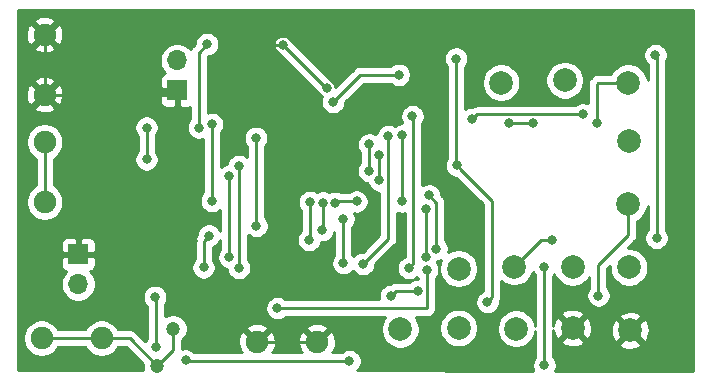
<source format=gbr>
G04 #@! TF.GenerationSoftware,KiCad,Pcbnew,(5.1.5-0)*
G04 #@! TF.CreationDate,2020-04-26T22:39:22-07:00*
G04 #@! TF.ProjectId,Solar-Battery-Charger,536f6c61-722d-4426-9174-746572792d43,rev?*
G04 #@! TF.SameCoordinates,Original*
G04 #@! TF.FileFunction,Copper,L2,Bot*
G04 #@! TF.FilePolarity,Positive*
%FSLAX46Y46*%
G04 Gerber Fmt 4.6, Leading zero omitted, Abs format (unit mm)*
G04 Created by KiCad (PCBNEW (5.1.5-0)) date 2020-04-26 22:39:22*
%MOMM*%
%LPD*%
G04 APERTURE LIST*
%ADD10C,1.905000*%
%ADD11O,1.700000X1.700000*%
%ADD12R,1.700000X1.700000*%
%ADD13C,2.000000*%
%ADD14C,0.800000*%
%ADD15C,1.200000*%
%ADD16C,0.250000*%
%ADD17C,2.000000*%
%ADD18C,0.254000*%
G04 APERTURE END LIST*
D10*
X180289200Y-100279200D03*
X180289200Y-105359200D03*
X180289200Y-91186000D03*
X180289200Y-96266000D03*
X203352400Y-117195600D03*
X198272400Y-117195600D03*
X185115200Y-116890800D03*
X180035200Y-116890800D03*
D11*
X183134000Y-112318800D03*
D12*
X183134000Y-109778800D03*
X191516000Y-95910400D03*
D11*
X191516000Y-93370400D03*
D13*
X215341200Y-110998000D03*
X220065600Y-110845600D03*
X224993200Y-110896400D03*
X210413600Y-116128800D03*
X215341200Y-116027200D03*
X220218000Y-116078000D03*
X224993200Y-116027200D03*
X229870000Y-116230400D03*
X229768400Y-110896400D03*
X229717600Y-105511600D03*
X229768400Y-100228400D03*
X229717600Y-95250000D03*
X224332800Y-95046800D03*
X218948000Y-95250000D03*
D14*
X223215200Y-108559600D03*
X232105200Y-108407200D03*
X232003600Y-92913200D03*
X210275000Y-94589600D03*
X204724000Y-96875600D03*
X188925200Y-101752400D03*
X188925200Y-99060000D03*
X193344800Y-99060000D03*
X194056000Y-91998800D03*
X195935600Y-103124000D03*
X195935600Y-110032800D03*
X222605600Y-110896400D03*
X222605600Y-119176800D03*
X189733347Y-117606653D03*
X189636400Y-113385600D03*
X211124800Y-110947200D03*
X211429600Y-98094800D03*
X205587600Y-106781600D03*
X205587600Y-110540800D03*
X212547200Y-110032800D03*
X212547200Y-105918000D03*
X219608400Y-98704400D03*
X221640400Y-98704400D03*
X227025200Y-98704400D03*
X209397600Y-99757400D03*
X207264000Y-110591600D03*
X227177600Y-113284000D03*
X211923800Y-112877600D03*
X209600800Y-113334800D03*
X202742800Y-105359200D03*
X202692000Y-108559600D03*
X194208400Y-108204000D03*
X193751200Y-110896400D03*
D15*
X189839600Y-119227600D03*
X191160400Y-116078000D03*
D14*
X203860400Y-105410000D03*
X203809600Y-107746800D03*
X215138000Y-93218000D03*
X215188800Y-102260400D03*
X217779600Y-113842800D03*
X196748400Y-102311200D03*
X196748400Y-110947200D03*
X212648800Y-111099600D03*
X199999600Y-114350800D03*
X194462400Y-105257600D03*
X194462400Y-98755200D03*
X198170800Y-99923600D03*
X198221600Y-107391200D03*
X206095600Y-118821200D03*
X192227200Y-118770400D03*
X208635600Y-101346000D03*
X208635600Y-103530400D03*
X213461600Y-109321600D03*
X212852000Y-104800400D03*
X207772000Y-102717600D03*
X207772000Y-100482400D03*
X216458800Y-98348800D03*
X225856800Y-97942400D03*
X192836800Y-108661200D03*
X205282800Y-102108000D03*
X204317600Y-102108000D03*
X205333600Y-101092000D03*
X204368400Y-101041200D03*
X210566000Y-99720400D03*
X210566000Y-105308400D03*
X206705200Y-105308400D03*
X204862600Y-105460800D03*
X200456800Y-92049600D03*
X204165200Y-95707200D03*
X195122800Y-95910400D03*
D16*
X222351600Y-108559600D02*
X223215200Y-108559600D01*
X220065600Y-110845600D02*
X222351600Y-108559600D01*
X232105200Y-93014800D02*
X232003600Y-92913200D01*
X232105200Y-108407200D02*
X232105200Y-93014800D01*
X207010000Y-94589600D02*
X204724000Y-96875600D01*
X210275000Y-94589600D02*
X207010000Y-94589600D01*
X188925200Y-101752400D02*
X188925200Y-99060000D01*
X193344800Y-92710000D02*
X194056000Y-91998800D01*
X193344800Y-99060000D02*
X193344800Y-92710000D01*
X180289200Y-101626238D02*
X180289200Y-105359200D01*
X180289200Y-100279200D02*
X180289200Y-101626238D01*
X195935600Y-103124000D02*
X195935600Y-110032800D01*
X222605600Y-110896400D02*
X222605600Y-119176800D01*
X189733347Y-113482547D02*
X189636400Y-113385600D01*
X189733347Y-117606653D02*
X189733347Y-113482547D01*
X211524799Y-98189999D02*
X211429600Y-98094800D01*
X211524799Y-110547201D02*
X211524799Y-98189999D01*
X211124800Y-110947200D02*
X211524799Y-110547201D01*
X205587600Y-106781600D02*
X205587600Y-110540800D01*
X212547200Y-110032800D02*
X212547200Y-105918000D01*
X219608400Y-98704400D02*
X221640400Y-98704400D01*
X227025200Y-98704400D02*
X227025200Y-95402400D01*
X227177600Y-95250000D02*
X229717600Y-95250000D01*
X227025200Y-95402400D02*
X227177600Y-95250000D01*
X209397600Y-108458000D02*
X207264000Y-110591600D01*
X209397600Y-99757400D02*
X209397600Y-108458000D01*
X229717600Y-108133002D02*
X227177600Y-110673002D01*
X229717600Y-105511600D02*
X229717600Y-108133002D01*
X227177600Y-110673002D02*
X227177600Y-113284000D01*
X210058000Y-112877600D02*
X209600800Y-113334800D01*
X211923800Y-112877600D02*
X210058000Y-112877600D01*
X202742800Y-108508800D02*
X202692000Y-108559600D01*
X202742800Y-105359200D02*
X202742800Y-108508800D01*
X193751200Y-108661200D02*
X193751200Y-110896400D01*
X194208400Y-108204000D02*
X193751200Y-108661200D01*
X186791600Y-116890800D02*
X185115200Y-116890800D01*
X180035200Y-116890800D02*
X185115200Y-116890800D01*
X186791600Y-116890800D02*
X187502800Y-116890800D01*
X187502800Y-116890800D02*
X189839600Y-119227600D01*
X189839600Y-119227600D02*
X189839600Y-119227600D01*
X191160400Y-117906800D02*
X191160400Y-116078000D01*
X189839600Y-119227600D02*
X191160400Y-117906800D01*
X203860400Y-107696000D02*
X203809600Y-107746800D01*
X203860400Y-105410000D02*
X203860400Y-107696000D01*
X215138000Y-102209600D02*
X215188800Y-102260400D01*
X215138000Y-93218000D02*
X215138000Y-102209600D01*
X215588799Y-102660399D02*
X215188800Y-102260400D01*
X218179599Y-113442801D02*
X218179599Y-105251199D01*
X218179599Y-105251199D02*
X215588799Y-102660399D01*
X217779600Y-113842800D02*
X218179599Y-113442801D01*
X196748400Y-102311200D02*
X196748400Y-110947200D01*
X209397600Y-114350800D02*
X199999600Y-114350800D01*
X212648800Y-111099600D02*
X212648800Y-114350800D01*
X212648800Y-114350800D02*
X209397600Y-114350800D01*
X194462400Y-105257600D02*
X194462400Y-98755200D01*
X198170800Y-107340400D02*
X198221600Y-107391200D01*
X198170800Y-99923600D02*
X198170800Y-107340400D01*
X192278000Y-118821200D02*
X192227200Y-118770400D01*
X206095600Y-118821200D02*
X192278000Y-118821200D01*
X208635600Y-103530400D02*
X208635600Y-101346000D01*
X213461600Y-105410000D02*
X212852000Y-104800400D01*
X213461600Y-109321600D02*
X213461600Y-105410000D01*
X207772000Y-102717600D02*
X207772000Y-100482400D01*
X216865200Y-97942400D02*
X225856800Y-97942400D01*
X216458800Y-98348800D02*
X216865200Y-97942400D01*
X191719200Y-109778800D02*
X192836800Y-108661200D01*
X183134000Y-109778800D02*
X191719200Y-109778800D01*
X210566000Y-99720400D02*
X210566000Y-104902000D01*
X210566000Y-104902000D02*
X210566000Y-105308400D01*
X205015000Y-105308400D02*
X204862600Y-105460800D01*
X206705200Y-105308400D02*
X205015000Y-105308400D01*
X205282800Y-101041200D02*
X205333600Y-101092000D01*
X203352400Y-117195600D02*
X198272400Y-117195600D01*
X180289200Y-96266000D02*
X180289200Y-91186000D01*
X191160400Y-96266000D02*
X191516000Y-95910400D01*
X180289200Y-96266000D02*
X191160400Y-96266000D01*
X204114400Y-95707200D02*
X204165200Y-95707200D01*
X200456800Y-92049600D02*
X204114400Y-95707200D01*
X198983600Y-92049600D02*
X200456800Y-92049600D01*
X195122800Y-95910400D02*
X198983600Y-92049600D01*
D17*
X204368400Y-102057200D02*
X204317600Y-102108000D01*
X204368400Y-101041200D02*
X204368400Y-102057200D01*
X205282800Y-101142800D02*
X205333600Y-101092000D01*
X205282800Y-102108000D02*
X205282800Y-101142800D01*
D18*
G36*
X235180492Y-119659011D02*
G01*
X223534520Y-119638775D01*
X223600826Y-119478698D01*
X223640600Y-119278739D01*
X223640600Y-119074861D01*
X223600826Y-118874902D01*
X223522805Y-118686544D01*
X223409537Y-118517026D01*
X223365600Y-118473089D01*
X223365600Y-117162613D01*
X224037392Y-117162613D01*
X224133156Y-117427014D01*
X224422771Y-117567904D01*
X224734308Y-117649584D01*
X225055795Y-117668918D01*
X225374875Y-117625161D01*
X225679288Y-117519995D01*
X225853244Y-117427014D01*
X225875410Y-117365813D01*
X228914192Y-117365813D01*
X229009956Y-117630214D01*
X229299571Y-117771104D01*
X229611108Y-117852784D01*
X229932595Y-117872118D01*
X230251675Y-117828361D01*
X230556088Y-117723195D01*
X230730044Y-117630214D01*
X230825808Y-117365813D01*
X229870000Y-116410005D01*
X228914192Y-117365813D01*
X225875410Y-117365813D01*
X225949008Y-117162613D01*
X224993200Y-116206805D01*
X224037392Y-117162613D01*
X223365600Y-117162613D01*
X223365600Y-116192745D01*
X223395239Y-116408875D01*
X223500405Y-116713288D01*
X223593386Y-116887244D01*
X223857787Y-116983008D01*
X224813595Y-116027200D01*
X225172805Y-116027200D01*
X226128613Y-116983008D01*
X226393014Y-116887244D01*
X226533904Y-116597629D01*
X226613774Y-116292995D01*
X228228282Y-116292995D01*
X228272039Y-116612075D01*
X228377205Y-116916488D01*
X228470186Y-117090444D01*
X228734587Y-117186208D01*
X229690395Y-116230400D01*
X230049605Y-116230400D01*
X231005413Y-117186208D01*
X231269814Y-117090444D01*
X231410704Y-116800829D01*
X231492384Y-116489292D01*
X231511718Y-116167805D01*
X231467961Y-115848725D01*
X231362795Y-115544312D01*
X231269814Y-115370356D01*
X231005413Y-115274592D01*
X230049605Y-116230400D01*
X229690395Y-116230400D01*
X228734587Y-115274592D01*
X228470186Y-115370356D01*
X228329296Y-115659971D01*
X228247616Y-115971508D01*
X228228282Y-116292995D01*
X226613774Y-116292995D01*
X226615584Y-116286092D01*
X226634918Y-115964605D01*
X226591161Y-115645525D01*
X226485995Y-115341112D01*
X226393014Y-115167156D01*
X226193758Y-115094987D01*
X228914192Y-115094987D01*
X229870000Y-116050795D01*
X230825808Y-115094987D01*
X230730044Y-114830586D01*
X230440429Y-114689696D01*
X230128892Y-114608016D01*
X229807405Y-114588682D01*
X229488325Y-114632439D01*
X229183912Y-114737605D01*
X229009956Y-114830586D01*
X228914192Y-115094987D01*
X226193758Y-115094987D01*
X226128613Y-115071392D01*
X225172805Y-116027200D01*
X224813595Y-116027200D01*
X223857787Y-115071392D01*
X223593386Y-115167156D01*
X223452496Y-115456771D01*
X223370816Y-115768308D01*
X223365600Y-115855040D01*
X223365600Y-114891787D01*
X224037392Y-114891787D01*
X224993200Y-115847595D01*
X225949008Y-114891787D01*
X225853244Y-114627386D01*
X225563629Y-114486496D01*
X225252092Y-114404816D01*
X224930605Y-114385482D01*
X224611525Y-114429239D01*
X224307112Y-114534405D01*
X224133156Y-114627386D01*
X224037392Y-114891787D01*
X223365600Y-114891787D01*
X223365600Y-111600111D01*
X223409537Y-111556174D01*
X223463391Y-111475576D01*
X223544282Y-111670863D01*
X223723213Y-111938652D01*
X223950948Y-112166387D01*
X224218737Y-112345318D01*
X224516288Y-112468568D01*
X224832167Y-112531400D01*
X225154233Y-112531400D01*
X225470112Y-112468568D01*
X225767663Y-112345318D01*
X226035452Y-112166387D01*
X226263187Y-111938652D01*
X226417600Y-111707556D01*
X226417601Y-112580288D01*
X226373663Y-112624226D01*
X226260395Y-112793744D01*
X226182374Y-112982102D01*
X226142600Y-113182061D01*
X226142600Y-113385939D01*
X226182374Y-113585898D01*
X226260395Y-113774256D01*
X226373663Y-113943774D01*
X226517826Y-114087937D01*
X226687344Y-114201205D01*
X226875702Y-114279226D01*
X227075661Y-114319000D01*
X227279539Y-114319000D01*
X227479498Y-114279226D01*
X227667856Y-114201205D01*
X227837374Y-114087937D01*
X227981537Y-113943774D01*
X228094805Y-113774256D01*
X228172826Y-113585898D01*
X228212600Y-113385939D01*
X228212600Y-113182061D01*
X228172826Y-112982102D01*
X228094805Y-112793744D01*
X227981537Y-112624226D01*
X227937600Y-112580289D01*
X227937600Y-110987803D01*
X228133400Y-110792003D01*
X228133400Y-111057433D01*
X228196232Y-111373312D01*
X228319482Y-111670863D01*
X228498413Y-111938652D01*
X228726148Y-112166387D01*
X228993937Y-112345318D01*
X229291488Y-112468568D01*
X229607367Y-112531400D01*
X229929433Y-112531400D01*
X230245312Y-112468568D01*
X230542863Y-112345318D01*
X230810652Y-112166387D01*
X231038387Y-111938652D01*
X231217318Y-111670863D01*
X231340568Y-111373312D01*
X231403400Y-111057433D01*
X231403400Y-110735367D01*
X231340568Y-110419488D01*
X231217318Y-110121937D01*
X231038387Y-109854148D01*
X230810652Y-109626413D01*
X230542863Y-109447482D01*
X230245312Y-109324232D01*
X229929433Y-109261400D01*
X229664005Y-109261400D01*
X230228608Y-108696797D01*
X230257601Y-108673003D01*
X230281395Y-108644010D01*
X230281399Y-108644006D01*
X230339411Y-108573317D01*
X230352574Y-108557278D01*
X230423146Y-108425249D01*
X230466603Y-108281988D01*
X230477600Y-108170335D01*
X230477600Y-108170326D01*
X230481276Y-108133003D01*
X230477600Y-108095680D01*
X230477600Y-106966509D01*
X230492063Y-106960518D01*
X230759852Y-106781587D01*
X230987587Y-106553852D01*
X231166518Y-106286063D01*
X231289768Y-105988512D01*
X231345200Y-105709835D01*
X231345200Y-107703489D01*
X231301263Y-107747426D01*
X231187995Y-107916944D01*
X231109974Y-108105302D01*
X231070200Y-108305261D01*
X231070200Y-108509139D01*
X231109974Y-108709098D01*
X231187995Y-108897456D01*
X231301263Y-109066974D01*
X231445426Y-109211137D01*
X231614944Y-109324405D01*
X231803302Y-109402426D01*
X232003261Y-109442200D01*
X232207139Y-109442200D01*
X232407098Y-109402426D01*
X232595456Y-109324405D01*
X232764974Y-109211137D01*
X232909137Y-109066974D01*
X233022405Y-108897456D01*
X233100426Y-108709098D01*
X233140200Y-108509139D01*
X233140200Y-108305261D01*
X233100426Y-108105302D01*
X233022405Y-107916944D01*
X232909137Y-107747426D01*
X232865200Y-107703489D01*
X232865200Y-93486675D01*
X232920805Y-93403456D01*
X232998826Y-93215098D01*
X233038600Y-93015139D01*
X233038600Y-92811261D01*
X232998826Y-92611302D01*
X232920805Y-92422944D01*
X232807537Y-92253426D01*
X232663374Y-92109263D01*
X232493856Y-91995995D01*
X232305498Y-91917974D01*
X232105539Y-91878200D01*
X231901661Y-91878200D01*
X231701702Y-91917974D01*
X231513344Y-91995995D01*
X231343826Y-92109263D01*
X231199663Y-92253426D01*
X231086395Y-92422944D01*
X231008374Y-92611302D01*
X230968600Y-92811261D01*
X230968600Y-93015139D01*
X231008374Y-93215098D01*
X231086395Y-93403456D01*
X231199663Y-93572974D01*
X231343826Y-93717137D01*
X231345201Y-93718056D01*
X231345201Y-95051769D01*
X231289768Y-94773088D01*
X231166518Y-94475537D01*
X230987587Y-94207748D01*
X230759852Y-93980013D01*
X230492063Y-93801082D01*
X230194512Y-93677832D01*
X229878633Y-93615000D01*
X229556567Y-93615000D01*
X229240688Y-93677832D01*
X228943137Y-93801082D01*
X228675348Y-93980013D01*
X228447613Y-94207748D01*
X228268682Y-94475537D01*
X228262691Y-94490000D01*
X227214922Y-94490000D01*
X227177599Y-94486324D01*
X227140276Y-94490000D01*
X227140267Y-94490000D01*
X227028614Y-94500997D01*
X226885353Y-94544454D01*
X226753324Y-94615026D01*
X226637599Y-94709999D01*
X226613796Y-94739003D01*
X226514198Y-94838601D01*
X226485200Y-94862399D01*
X226461402Y-94891397D01*
X226461401Y-94891398D01*
X226390226Y-94978124D01*
X226319654Y-95110154D01*
X226293554Y-95196197D01*
X226276198Y-95253414D01*
X226272088Y-95295146D01*
X226261524Y-95402400D01*
X226265201Y-95439732D01*
X226265201Y-96991289D01*
X226158698Y-96947174D01*
X225958739Y-96907400D01*
X225754861Y-96907400D01*
X225554902Y-96947174D01*
X225366544Y-97025195D01*
X225197026Y-97138463D01*
X225153089Y-97182400D01*
X216902522Y-97182400D01*
X216865199Y-97178724D01*
X216827876Y-97182400D01*
X216827867Y-97182400D01*
X216716214Y-97193397D01*
X216572953Y-97236854D01*
X216440924Y-97307426D01*
X216433157Y-97313800D01*
X216356861Y-97313800D01*
X216156902Y-97353574D01*
X215968544Y-97431595D01*
X215898000Y-97478731D01*
X215898000Y-95088967D01*
X217313000Y-95088967D01*
X217313000Y-95411033D01*
X217375832Y-95726912D01*
X217499082Y-96024463D01*
X217678013Y-96292252D01*
X217905748Y-96519987D01*
X218173537Y-96698918D01*
X218471088Y-96822168D01*
X218786967Y-96885000D01*
X219109033Y-96885000D01*
X219424912Y-96822168D01*
X219722463Y-96698918D01*
X219990252Y-96519987D01*
X220217987Y-96292252D01*
X220396918Y-96024463D01*
X220520168Y-95726912D01*
X220583000Y-95411033D01*
X220583000Y-95088967D01*
X220542582Y-94885767D01*
X222697800Y-94885767D01*
X222697800Y-95207833D01*
X222760632Y-95523712D01*
X222883882Y-95821263D01*
X223062813Y-96089052D01*
X223290548Y-96316787D01*
X223558337Y-96495718D01*
X223855888Y-96618968D01*
X224171767Y-96681800D01*
X224493833Y-96681800D01*
X224809712Y-96618968D01*
X225107263Y-96495718D01*
X225375052Y-96316787D01*
X225602787Y-96089052D01*
X225781718Y-95821263D01*
X225904968Y-95523712D01*
X225967800Y-95207833D01*
X225967800Y-94885767D01*
X225904968Y-94569888D01*
X225781718Y-94272337D01*
X225602787Y-94004548D01*
X225375052Y-93776813D01*
X225107263Y-93597882D01*
X224809712Y-93474632D01*
X224493833Y-93411800D01*
X224171767Y-93411800D01*
X223855888Y-93474632D01*
X223558337Y-93597882D01*
X223290548Y-93776813D01*
X223062813Y-94004548D01*
X222883882Y-94272337D01*
X222760632Y-94569888D01*
X222697800Y-94885767D01*
X220542582Y-94885767D01*
X220520168Y-94773088D01*
X220396918Y-94475537D01*
X220217987Y-94207748D01*
X219990252Y-93980013D01*
X219722463Y-93801082D01*
X219424912Y-93677832D01*
X219109033Y-93615000D01*
X218786967Y-93615000D01*
X218471088Y-93677832D01*
X218173537Y-93801082D01*
X217905748Y-93980013D01*
X217678013Y-94207748D01*
X217499082Y-94475537D01*
X217375832Y-94773088D01*
X217313000Y-95088967D01*
X215898000Y-95088967D01*
X215898000Y-93921711D01*
X215941937Y-93877774D01*
X216055205Y-93708256D01*
X216133226Y-93519898D01*
X216173000Y-93319939D01*
X216173000Y-93116061D01*
X216133226Y-92916102D01*
X216055205Y-92727744D01*
X215941937Y-92558226D01*
X215797774Y-92414063D01*
X215628256Y-92300795D01*
X215439898Y-92222774D01*
X215239939Y-92183000D01*
X215036061Y-92183000D01*
X214836102Y-92222774D01*
X214647744Y-92300795D01*
X214478226Y-92414063D01*
X214334063Y-92558226D01*
X214220795Y-92727744D01*
X214142774Y-92916102D01*
X214103000Y-93116061D01*
X214103000Y-93319939D01*
X214142774Y-93519898D01*
X214220795Y-93708256D01*
X214334063Y-93877774D01*
X214378000Y-93921711D01*
X214378001Y-101610896D01*
X214271595Y-101770144D01*
X214193574Y-101958502D01*
X214153800Y-102158461D01*
X214153800Y-102362339D01*
X214193574Y-102562298D01*
X214271595Y-102750656D01*
X214384863Y-102920174D01*
X214529026Y-103064337D01*
X214698544Y-103177605D01*
X214886902Y-103255626D01*
X215086861Y-103295400D01*
X215148999Y-103295400D01*
X217419600Y-105566003D01*
X217419599Y-112871641D01*
X217289344Y-112925595D01*
X217119826Y-113038863D01*
X216975663Y-113183026D01*
X216862395Y-113352544D01*
X216784374Y-113540902D01*
X216744600Y-113740861D01*
X216744600Y-113944739D01*
X216784374Y-114144698D01*
X216862395Y-114333056D01*
X216975663Y-114502574D01*
X217119826Y-114646737D01*
X217289344Y-114760005D01*
X217477702Y-114838026D01*
X217677661Y-114877800D01*
X217881539Y-114877800D01*
X218081498Y-114838026D01*
X218269856Y-114760005D01*
X218439374Y-114646737D01*
X218583537Y-114502574D01*
X218696805Y-114333056D01*
X218774826Y-114144698D01*
X218814600Y-113944739D01*
X218814600Y-113867026D01*
X218885145Y-113735048D01*
X218928602Y-113591787D01*
X218939599Y-113480134D01*
X218939599Y-113480124D01*
X218943275Y-113442802D01*
X218939599Y-113405479D01*
X218939599Y-112031838D01*
X219023348Y-112115587D01*
X219291137Y-112294518D01*
X219588688Y-112417768D01*
X219904567Y-112480600D01*
X220226633Y-112480600D01*
X220542512Y-112417768D01*
X220840063Y-112294518D01*
X221107852Y-112115587D01*
X221335587Y-111887852D01*
X221514518Y-111620063D01*
X221637768Y-111322512D01*
X221645573Y-111283275D01*
X221688395Y-111386656D01*
X221801663Y-111556174D01*
X221845600Y-111600111D01*
X221845601Y-115879768D01*
X221790168Y-115601088D01*
X221666918Y-115303537D01*
X221487987Y-115035748D01*
X221260252Y-114808013D01*
X220992463Y-114629082D01*
X220694912Y-114505832D01*
X220379033Y-114443000D01*
X220056967Y-114443000D01*
X219741088Y-114505832D01*
X219443537Y-114629082D01*
X219175748Y-114808013D01*
X218948013Y-115035748D01*
X218769082Y-115303537D01*
X218645832Y-115601088D01*
X218583000Y-115916967D01*
X218583000Y-116239033D01*
X218645832Y-116554912D01*
X218769082Y-116852463D01*
X218948013Y-117120252D01*
X219175748Y-117347987D01*
X219443537Y-117526918D01*
X219741088Y-117650168D01*
X220056967Y-117713000D01*
X220379033Y-117713000D01*
X220694912Y-117650168D01*
X220992463Y-117526918D01*
X221260252Y-117347987D01*
X221487987Y-117120252D01*
X221666918Y-116852463D01*
X221790168Y-116554912D01*
X221845601Y-116276232D01*
X221845601Y-118473088D01*
X221801663Y-118517026D01*
X221688395Y-118686544D01*
X221610374Y-118874902D01*
X221570600Y-119074861D01*
X221570600Y-119278739D01*
X221610374Y-119478698D01*
X221675342Y-119635544D01*
X206770865Y-119609646D01*
X206899537Y-119480974D01*
X207012805Y-119311456D01*
X207090826Y-119123098D01*
X207130600Y-118923139D01*
X207130600Y-118719261D01*
X207090826Y-118519302D01*
X207012805Y-118330944D01*
X206899537Y-118161426D01*
X206755374Y-118017263D01*
X206585856Y-117903995D01*
X206397498Y-117825974D01*
X206197539Y-117786200D01*
X205993661Y-117786200D01*
X205793702Y-117825974D01*
X205605344Y-117903995D01*
X205435826Y-118017263D01*
X205391889Y-118061200D01*
X204616331Y-118061200D01*
X204713481Y-118027502D01*
X204849624Y-117745984D01*
X204928229Y-117443314D01*
X204946277Y-117131126D01*
X204903072Y-116821415D01*
X204800277Y-116526084D01*
X204713481Y-116363698D01*
X204453935Y-116273670D01*
X203532005Y-117195600D01*
X203546148Y-117209743D01*
X203366543Y-117389348D01*
X203352400Y-117375205D01*
X203338258Y-117389348D01*
X203158653Y-117209743D01*
X203172795Y-117195600D01*
X202250865Y-116273670D01*
X201991319Y-116363698D01*
X201855176Y-116645216D01*
X201776571Y-116947886D01*
X201758523Y-117260074D01*
X201801728Y-117569785D01*
X201904523Y-117865116D01*
X201991319Y-118027502D01*
X202088469Y-118061200D01*
X199536331Y-118061200D01*
X199633481Y-118027502D01*
X199769624Y-117745984D01*
X199848229Y-117443314D01*
X199866277Y-117131126D01*
X199823072Y-116821415D01*
X199720277Y-116526084D01*
X199633481Y-116363698D01*
X199373935Y-116273670D01*
X198452005Y-117195600D01*
X198466148Y-117209743D01*
X198286543Y-117389348D01*
X198272400Y-117375205D01*
X198258258Y-117389348D01*
X198078653Y-117209743D01*
X198092795Y-117195600D01*
X197170865Y-116273670D01*
X196911319Y-116363698D01*
X196775176Y-116645216D01*
X196696571Y-116947886D01*
X196678523Y-117260074D01*
X196721728Y-117569785D01*
X196824523Y-117865116D01*
X196911319Y-118027502D01*
X197008469Y-118061200D01*
X192981711Y-118061200D01*
X192886974Y-117966463D01*
X192717456Y-117853195D01*
X192529098Y-117775174D01*
X192329139Y-117735400D01*
X192125261Y-117735400D01*
X191925302Y-117775174D01*
X191920400Y-117777204D01*
X191920400Y-117055506D01*
X191947667Y-117037287D01*
X192119687Y-116865267D01*
X192254843Y-116662992D01*
X192347940Y-116438236D01*
X192395400Y-116199637D01*
X192395400Y-116094065D01*
X197350470Y-116094065D01*
X198272400Y-117015995D01*
X199194330Y-116094065D01*
X202430470Y-116094065D01*
X203352400Y-117015995D01*
X204274330Y-116094065D01*
X204184302Y-115834519D01*
X203902784Y-115698376D01*
X203600114Y-115619771D01*
X203287926Y-115601723D01*
X202978215Y-115644928D01*
X202682884Y-115747723D01*
X202520498Y-115834519D01*
X202430470Y-116094065D01*
X199194330Y-116094065D01*
X199104302Y-115834519D01*
X198822784Y-115698376D01*
X198520114Y-115619771D01*
X198207926Y-115601723D01*
X197898215Y-115644928D01*
X197602884Y-115747723D01*
X197440498Y-115834519D01*
X197350470Y-116094065D01*
X192395400Y-116094065D01*
X192395400Y-115956363D01*
X192347940Y-115717764D01*
X192254843Y-115493008D01*
X192119687Y-115290733D01*
X191947667Y-115118713D01*
X191745392Y-114983557D01*
X191520636Y-114890460D01*
X191282037Y-114843000D01*
X191038763Y-114843000D01*
X190800164Y-114890460D01*
X190575408Y-114983557D01*
X190493347Y-115038388D01*
X190493347Y-114248861D01*
X198964600Y-114248861D01*
X198964600Y-114452739D01*
X199004374Y-114652698D01*
X199082395Y-114841056D01*
X199195663Y-115010574D01*
X199339826Y-115154737D01*
X199509344Y-115268005D01*
X199697702Y-115346026D01*
X199897661Y-115385800D01*
X200101539Y-115385800D01*
X200301498Y-115346026D01*
X200489856Y-115268005D01*
X200659374Y-115154737D01*
X200703311Y-115110800D01*
X209127408Y-115110800D01*
X208964682Y-115354337D01*
X208841432Y-115651888D01*
X208778600Y-115967767D01*
X208778600Y-116289833D01*
X208841432Y-116605712D01*
X208964682Y-116903263D01*
X209143613Y-117171052D01*
X209371348Y-117398787D01*
X209639137Y-117577718D01*
X209936688Y-117700968D01*
X210252567Y-117763800D01*
X210574633Y-117763800D01*
X210890512Y-117700968D01*
X211188063Y-117577718D01*
X211455852Y-117398787D01*
X211683587Y-117171052D01*
X211862518Y-116903263D01*
X211985768Y-116605712D01*
X212048600Y-116289833D01*
X212048600Y-115967767D01*
X212028391Y-115866167D01*
X213706200Y-115866167D01*
X213706200Y-116188233D01*
X213769032Y-116504112D01*
X213892282Y-116801663D01*
X214071213Y-117069452D01*
X214298948Y-117297187D01*
X214566737Y-117476118D01*
X214864288Y-117599368D01*
X215180167Y-117662200D01*
X215502233Y-117662200D01*
X215818112Y-117599368D01*
X216115663Y-117476118D01*
X216383452Y-117297187D01*
X216611187Y-117069452D01*
X216790118Y-116801663D01*
X216913368Y-116504112D01*
X216976200Y-116188233D01*
X216976200Y-115866167D01*
X216913368Y-115550288D01*
X216790118Y-115252737D01*
X216611187Y-114984948D01*
X216383452Y-114757213D01*
X216115663Y-114578282D01*
X215818112Y-114455032D01*
X215502233Y-114392200D01*
X215180167Y-114392200D01*
X214864288Y-114455032D01*
X214566737Y-114578282D01*
X214298948Y-114757213D01*
X214071213Y-114984948D01*
X213892282Y-115252737D01*
X213769032Y-115550288D01*
X213706200Y-115866167D01*
X212028391Y-115866167D01*
X211985768Y-115651888D01*
X211862518Y-115354337D01*
X211699792Y-115110800D01*
X212611467Y-115110800D01*
X212648800Y-115114477D01*
X212797786Y-115099803D01*
X212941047Y-115056346D01*
X213073076Y-114985774D01*
X213188801Y-114890801D01*
X213283774Y-114775076D01*
X213354346Y-114643047D01*
X213397803Y-114499786D01*
X213408800Y-114388133D01*
X213412477Y-114350800D01*
X213408800Y-114313467D01*
X213408800Y-111803311D01*
X213452737Y-111759374D01*
X213566005Y-111589856D01*
X213644026Y-111401498D01*
X213683800Y-111201539D01*
X213683800Y-110997661D01*
X213644026Y-110797702D01*
X213566005Y-110609344D01*
X213481222Y-110482457D01*
X213533354Y-110356600D01*
X213563539Y-110356600D01*
X213763498Y-110316826D01*
X213872310Y-110271754D01*
X213769032Y-110521088D01*
X213706200Y-110836967D01*
X213706200Y-111159033D01*
X213769032Y-111474912D01*
X213892282Y-111772463D01*
X214071213Y-112040252D01*
X214298948Y-112267987D01*
X214566737Y-112446918D01*
X214864288Y-112570168D01*
X215180167Y-112633000D01*
X215502233Y-112633000D01*
X215818112Y-112570168D01*
X216115663Y-112446918D01*
X216383452Y-112267987D01*
X216611187Y-112040252D01*
X216790118Y-111772463D01*
X216913368Y-111474912D01*
X216976200Y-111159033D01*
X216976200Y-110836967D01*
X216913368Y-110521088D01*
X216790118Y-110223537D01*
X216611187Y-109955748D01*
X216383452Y-109728013D01*
X216115663Y-109549082D01*
X215818112Y-109425832D01*
X215502233Y-109363000D01*
X215180167Y-109363000D01*
X214864288Y-109425832D01*
X214566737Y-109549082D01*
X214457050Y-109622373D01*
X214496600Y-109423539D01*
X214496600Y-109219661D01*
X214456826Y-109019702D01*
X214378805Y-108831344D01*
X214265537Y-108661826D01*
X214221600Y-108617889D01*
X214221600Y-105447333D01*
X214225277Y-105410000D01*
X214210603Y-105261014D01*
X214167146Y-105117753D01*
X214096574Y-104985724D01*
X214025399Y-104898997D01*
X214001601Y-104869999D01*
X213972602Y-104846200D01*
X213887000Y-104760598D01*
X213887000Y-104698461D01*
X213847226Y-104498502D01*
X213769205Y-104310144D01*
X213655937Y-104140626D01*
X213511774Y-103996463D01*
X213342256Y-103883195D01*
X213153898Y-103805174D01*
X212953939Y-103765400D01*
X212750061Y-103765400D01*
X212550102Y-103805174D01*
X212361744Y-103883195D01*
X212284799Y-103934608D01*
X212284799Y-98677855D01*
X212346805Y-98585056D01*
X212424826Y-98396698D01*
X212464600Y-98196739D01*
X212464600Y-97992861D01*
X212424826Y-97792902D01*
X212346805Y-97604544D01*
X212233537Y-97435026D01*
X212089374Y-97290863D01*
X211919856Y-97177595D01*
X211731498Y-97099574D01*
X211531539Y-97059800D01*
X211327661Y-97059800D01*
X211127702Y-97099574D01*
X210939344Y-97177595D01*
X210769826Y-97290863D01*
X210625663Y-97435026D01*
X210512395Y-97604544D01*
X210434374Y-97792902D01*
X210394600Y-97992861D01*
X210394600Y-98196739D01*
X210434374Y-98396698D01*
X210512395Y-98585056D01*
X210579443Y-98685400D01*
X210464061Y-98685400D01*
X210264102Y-98725174D01*
X210075744Y-98803195D01*
X209954113Y-98884466D01*
X209887856Y-98840195D01*
X209699498Y-98762174D01*
X209499539Y-98722400D01*
X209295661Y-98722400D01*
X209095702Y-98762174D01*
X208907344Y-98840195D01*
X208737826Y-98953463D01*
X208593663Y-99097626D01*
X208480395Y-99267144D01*
X208402374Y-99455502D01*
X208366677Y-99634966D01*
X208262256Y-99565195D01*
X208073898Y-99487174D01*
X207873939Y-99447400D01*
X207670061Y-99447400D01*
X207470102Y-99487174D01*
X207281744Y-99565195D01*
X207112226Y-99678463D01*
X206968063Y-99822626D01*
X206854795Y-99992144D01*
X206776774Y-100180502D01*
X206737000Y-100380461D01*
X206737000Y-100584339D01*
X206776774Y-100784298D01*
X206854795Y-100972656D01*
X206968063Y-101142174D01*
X207012001Y-101186112D01*
X207012000Y-102013889D01*
X206968063Y-102057826D01*
X206854795Y-102227344D01*
X206776774Y-102415702D01*
X206737000Y-102615661D01*
X206737000Y-102819539D01*
X206776774Y-103019498D01*
X206854795Y-103207856D01*
X206968063Y-103377374D01*
X207112226Y-103521537D01*
X207281744Y-103634805D01*
X207470102Y-103712826D01*
X207622645Y-103743168D01*
X207640374Y-103832298D01*
X207718395Y-104020656D01*
X207831663Y-104190174D01*
X207975826Y-104334337D01*
X208145344Y-104447605D01*
X208333702Y-104525626D01*
X208533661Y-104565400D01*
X208637601Y-104565400D01*
X208637601Y-108143197D01*
X207224199Y-109556600D01*
X207162061Y-109556600D01*
X206962102Y-109596374D01*
X206773744Y-109674395D01*
X206604226Y-109787663D01*
X206460063Y-109931826D01*
X206442772Y-109957704D01*
X206391537Y-109881026D01*
X206347600Y-109837089D01*
X206347600Y-107485311D01*
X206391537Y-107441374D01*
X206504805Y-107271856D01*
X206582826Y-107083498D01*
X206622600Y-106883539D01*
X206622600Y-106679661D01*
X206582826Y-106479702D01*
X206519463Y-106326732D01*
X206603261Y-106343400D01*
X206807139Y-106343400D01*
X207007098Y-106303626D01*
X207195456Y-106225605D01*
X207364974Y-106112337D01*
X207509137Y-105968174D01*
X207622405Y-105798656D01*
X207700426Y-105610298D01*
X207740200Y-105410339D01*
X207740200Y-105206461D01*
X207700426Y-105006502D01*
X207622405Y-104818144D01*
X207509137Y-104648626D01*
X207364974Y-104504463D01*
X207195456Y-104391195D01*
X207007098Y-104313174D01*
X206807139Y-104273400D01*
X206603261Y-104273400D01*
X206403302Y-104313174D01*
X206214944Y-104391195D01*
X206045426Y-104504463D01*
X206001489Y-104548400D01*
X205360047Y-104548400D01*
X205352856Y-104543595D01*
X205164498Y-104465574D01*
X204964539Y-104425800D01*
X204760661Y-104425800D01*
X204560702Y-104465574D01*
X204405889Y-104529700D01*
X204350656Y-104492795D01*
X204162298Y-104414774D01*
X203962339Y-104375000D01*
X203758461Y-104375000D01*
X203558502Y-104414774D01*
X203370144Y-104492795D01*
X203339614Y-104513195D01*
X203233056Y-104441995D01*
X203044698Y-104363974D01*
X202844739Y-104324200D01*
X202640861Y-104324200D01*
X202440902Y-104363974D01*
X202252544Y-104441995D01*
X202083026Y-104555263D01*
X201938863Y-104699426D01*
X201825595Y-104868944D01*
X201747574Y-105057302D01*
X201707800Y-105257261D01*
X201707800Y-105461139D01*
X201747574Y-105661098D01*
X201825595Y-105849456D01*
X201938863Y-106018974D01*
X201982800Y-106062911D01*
X201982801Y-107805088D01*
X201888063Y-107899826D01*
X201774795Y-108069344D01*
X201696774Y-108257702D01*
X201657000Y-108457661D01*
X201657000Y-108661539D01*
X201696774Y-108861498D01*
X201774795Y-109049856D01*
X201888063Y-109219374D01*
X202032226Y-109363537D01*
X202201744Y-109476805D01*
X202390102Y-109554826D01*
X202590061Y-109594600D01*
X202793939Y-109594600D01*
X202993898Y-109554826D01*
X203182256Y-109476805D01*
X203351774Y-109363537D01*
X203495937Y-109219374D01*
X203609205Y-109049856D01*
X203687226Y-108861498D01*
X203703253Y-108780923D01*
X203707661Y-108781800D01*
X203911539Y-108781800D01*
X204111498Y-108742026D01*
X204299856Y-108664005D01*
X204469374Y-108550737D01*
X204613537Y-108406574D01*
X204726805Y-108237056D01*
X204804826Y-108048698D01*
X204827600Y-107934203D01*
X204827601Y-109837088D01*
X204783663Y-109881026D01*
X204670395Y-110050544D01*
X204592374Y-110238902D01*
X204552600Y-110438861D01*
X204552600Y-110642739D01*
X204592374Y-110842698D01*
X204670395Y-111031056D01*
X204783663Y-111200574D01*
X204927826Y-111344737D01*
X205097344Y-111458005D01*
X205285702Y-111536026D01*
X205485661Y-111575800D01*
X205689539Y-111575800D01*
X205889498Y-111536026D01*
X206077856Y-111458005D01*
X206247374Y-111344737D01*
X206391537Y-111200574D01*
X206408828Y-111174696D01*
X206460063Y-111251374D01*
X206604226Y-111395537D01*
X206773744Y-111508805D01*
X206962102Y-111586826D01*
X207162061Y-111626600D01*
X207365939Y-111626600D01*
X207565898Y-111586826D01*
X207754256Y-111508805D01*
X207923774Y-111395537D01*
X208067937Y-111251374D01*
X208181205Y-111081856D01*
X208259226Y-110893498D01*
X208299000Y-110693539D01*
X208299000Y-110631401D01*
X209908603Y-109021799D01*
X209937601Y-108998001D01*
X209974166Y-108953446D01*
X210032574Y-108882277D01*
X210103146Y-108750247D01*
X210115783Y-108708587D01*
X210146603Y-108606986D01*
X210157600Y-108495333D01*
X210157600Y-108495324D01*
X210161276Y-108458001D01*
X210157600Y-108420678D01*
X210157600Y-106259511D01*
X210264102Y-106303626D01*
X210464061Y-106343400D01*
X210667939Y-106343400D01*
X210764799Y-106324133D01*
X210764799Y-109976041D01*
X210634544Y-110029995D01*
X210465026Y-110143263D01*
X210320863Y-110287426D01*
X210207595Y-110456944D01*
X210129574Y-110645302D01*
X210089800Y-110845261D01*
X210089800Y-111049139D01*
X210129574Y-111249098D01*
X210207595Y-111437456D01*
X210320863Y-111606974D01*
X210465026Y-111751137D01*
X210634544Y-111864405D01*
X210822902Y-111942426D01*
X211022861Y-111982200D01*
X211226739Y-111982200D01*
X211426698Y-111942426D01*
X211615056Y-111864405D01*
X211784574Y-111751137D01*
X211817415Y-111718296D01*
X211844863Y-111759374D01*
X211888800Y-111803311D01*
X211888800Y-111842600D01*
X211821861Y-111842600D01*
X211621902Y-111882374D01*
X211433544Y-111960395D01*
X211264026Y-112073663D01*
X211220089Y-112117600D01*
X210095322Y-112117600D01*
X210057999Y-112113924D01*
X210020676Y-112117600D01*
X210020667Y-112117600D01*
X209909014Y-112128597D01*
X209765753Y-112172054D01*
X209633724Y-112242626D01*
X209564057Y-112299800D01*
X209498861Y-112299800D01*
X209298902Y-112339574D01*
X209110544Y-112417595D01*
X208941026Y-112530863D01*
X208796863Y-112675026D01*
X208683595Y-112844544D01*
X208605574Y-113032902D01*
X208565800Y-113232861D01*
X208565800Y-113436739D01*
X208596444Y-113590800D01*
X200703311Y-113590800D01*
X200659374Y-113546863D01*
X200489856Y-113433595D01*
X200301498Y-113355574D01*
X200101539Y-113315800D01*
X199897661Y-113315800D01*
X199697702Y-113355574D01*
X199509344Y-113433595D01*
X199339826Y-113546863D01*
X199195663Y-113691026D01*
X199082395Y-113860544D01*
X199004374Y-114048902D01*
X198964600Y-114248861D01*
X190493347Y-114248861D01*
X190493347Y-113966039D01*
X190553605Y-113875856D01*
X190631626Y-113687498D01*
X190671400Y-113487539D01*
X190671400Y-113283661D01*
X190631626Y-113083702D01*
X190553605Y-112895344D01*
X190440337Y-112725826D01*
X190296174Y-112581663D01*
X190126656Y-112468395D01*
X189938298Y-112390374D01*
X189738339Y-112350600D01*
X189534461Y-112350600D01*
X189334502Y-112390374D01*
X189146144Y-112468395D01*
X188976626Y-112581663D01*
X188832463Y-112725826D01*
X188719195Y-112895344D01*
X188641174Y-113083702D01*
X188601400Y-113283661D01*
X188601400Y-113487539D01*
X188641174Y-113687498D01*
X188719195Y-113875856D01*
X188832463Y-114045374D01*
X188973348Y-114186259D01*
X188973347Y-116902942D01*
X188929410Y-116946879D01*
X188816142Y-117116397D01*
X188812351Y-117125550D01*
X188066604Y-116379803D01*
X188042801Y-116350799D01*
X187927076Y-116255826D01*
X187795047Y-116185254D01*
X187651786Y-116141797D01*
X187540133Y-116130800D01*
X187540122Y-116130800D01*
X187502800Y-116127124D01*
X187465478Y-116130800D01*
X186516654Y-116130800D01*
X186348292Y-115878828D01*
X186127172Y-115657708D01*
X185867163Y-115483976D01*
X185578257Y-115364307D01*
X185271555Y-115303300D01*
X184958845Y-115303300D01*
X184652143Y-115364307D01*
X184363237Y-115483976D01*
X184103228Y-115657708D01*
X183882108Y-115878828D01*
X183713746Y-116130800D01*
X181436654Y-116130800D01*
X181268292Y-115878828D01*
X181047172Y-115657708D01*
X180787163Y-115483976D01*
X180498257Y-115364307D01*
X180191555Y-115303300D01*
X179878845Y-115303300D01*
X179572143Y-115364307D01*
X179283237Y-115483976D01*
X179023228Y-115657708D01*
X178802108Y-115878828D01*
X178628376Y-116138837D01*
X178508707Y-116427743D01*
X178447700Y-116734445D01*
X178447700Y-117047155D01*
X178508707Y-117353857D01*
X178628376Y-117642763D01*
X178802108Y-117902772D01*
X179023228Y-118123892D01*
X179283237Y-118297624D01*
X179572143Y-118417293D01*
X179878845Y-118478300D01*
X180191555Y-118478300D01*
X180498257Y-118417293D01*
X180787163Y-118297624D01*
X181047172Y-118123892D01*
X181268292Y-117902772D01*
X181436654Y-117650800D01*
X183713746Y-117650800D01*
X183882108Y-117902772D01*
X184103228Y-118123892D01*
X184363237Y-118297624D01*
X184652143Y-118417293D01*
X184958845Y-118478300D01*
X185271555Y-118478300D01*
X185578257Y-118417293D01*
X185867163Y-118297624D01*
X186127172Y-118123892D01*
X186348292Y-117902772D01*
X186516654Y-117650800D01*
X187187999Y-117650800D01*
X188610998Y-119073799D01*
X188604600Y-119105963D01*
X188604600Y-119349237D01*
X188650135Y-119578159D01*
X178078600Y-119559790D01*
X178078600Y-110628800D01*
X181645928Y-110628800D01*
X181658188Y-110753282D01*
X181694498Y-110872980D01*
X181753463Y-110983294D01*
X181832815Y-111079985D01*
X181929506Y-111159337D01*
X182039820Y-111218302D01*
X182112380Y-111240313D01*
X181980525Y-111372168D01*
X181818010Y-111615389D01*
X181706068Y-111885642D01*
X181649000Y-112172540D01*
X181649000Y-112465060D01*
X181706068Y-112751958D01*
X181818010Y-113022211D01*
X181980525Y-113265432D01*
X182187368Y-113472275D01*
X182430589Y-113634790D01*
X182700842Y-113746732D01*
X182987740Y-113803800D01*
X183280260Y-113803800D01*
X183567158Y-113746732D01*
X183837411Y-113634790D01*
X184080632Y-113472275D01*
X184287475Y-113265432D01*
X184449990Y-113022211D01*
X184561932Y-112751958D01*
X184619000Y-112465060D01*
X184619000Y-112172540D01*
X184561932Y-111885642D01*
X184449990Y-111615389D01*
X184287475Y-111372168D01*
X184155620Y-111240313D01*
X184228180Y-111218302D01*
X184338494Y-111159337D01*
X184435185Y-111079985D01*
X184514537Y-110983294D01*
X184573502Y-110872980D01*
X184609812Y-110753282D01*
X184622072Y-110628800D01*
X184619000Y-110064550D01*
X184460250Y-109905800D01*
X183261000Y-109905800D01*
X183261000Y-109925800D01*
X183007000Y-109925800D01*
X183007000Y-109905800D01*
X181807750Y-109905800D01*
X181649000Y-110064550D01*
X181645928Y-110628800D01*
X178078600Y-110628800D01*
X178078600Y-108928800D01*
X181645928Y-108928800D01*
X181649000Y-109493050D01*
X181807750Y-109651800D01*
X183007000Y-109651800D01*
X183007000Y-108452550D01*
X183261000Y-108452550D01*
X183261000Y-109651800D01*
X184460250Y-109651800D01*
X184619000Y-109493050D01*
X184622072Y-108928800D01*
X184609812Y-108804318D01*
X184573502Y-108684620D01*
X184514537Y-108574306D01*
X184435185Y-108477615D01*
X184338494Y-108398263D01*
X184228180Y-108339298D01*
X184108482Y-108302988D01*
X183984000Y-108290728D01*
X183419750Y-108293800D01*
X183261000Y-108452550D01*
X183007000Y-108452550D01*
X182848250Y-108293800D01*
X182284000Y-108290728D01*
X182159518Y-108302988D01*
X182039820Y-108339298D01*
X181929506Y-108398263D01*
X181832815Y-108477615D01*
X181753463Y-108574306D01*
X181694498Y-108684620D01*
X181658188Y-108804318D01*
X181645928Y-108928800D01*
X178078600Y-108928800D01*
X178078600Y-100122845D01*
X178701700Y-100122845D01*
X178701700Y-100435555D01*
X178762707Y-100742257D01*
X178882376Y-101031163D01*
X179056108Y-101291172D01*
X179277228Y-101512292D01*
X179529200Y-101680654D01*
X179529201Y-103957746D01*
X179277228Y-104126108D01*
X179056108Y-104347228D01*
X178882376Y-104607237D01*
X178762707Y-104896143D01*
X178701700Y-105202845D01*
X178701700Y-105515555D01*
X178762707Y-105822257D01*
X178882376Y-106111163D01*
X179056108Y-106371172D01*
X179277228Y-106592292D01*
X179537237Y-106766024D01*
X179826143Y-106885693D01*
X180132845Y-106946700D01*
X180445555Y-106946700D01*
X180752257Y-106885693D01*
X181041163Y-106766024D01*
X181301172Y-106592292D01*
X181522292Y-106371172D01*
X181696024Y-106111163D01*
X181815693Y-105822257D01*
X181876700Y-105515555D01*
X181876700Y-105202845D01*
X181815693Y-104896143D01*
X181696024Y-104607237D01*
X181522292Y-104347228D01*
X181301172Y-104126108D01*
X181049200Y-103957746D01*
X181049200Y-101680654D01*
X181301172Y-101512292D01*
X181522292Y-101291172D01*
X181696024Y-101031163D01*
X181815693Y-100742257D01*
X181876700Y-100435555D01*
X181876700Y-100122845D01*
X181815693Y-99816143D01*
X181696024Y-99527237D01*
X181522292Y-99267228D01*
X181301172Y-99046108D01*
X181169401Y-98958061D01*
X187890200Y-98958061D01*
X187890200Y-99161939D01*
X187929974Y-99361898D01*
X188007995Y-99550256D01*
X188121263Y-99719774D01*
X188165201Y-99763712D01*
X188165200Y-101048689D01*
X188121263Y-101092626D01*
X188007995Y-101262144D01*
X187929974Y-101450502D01*
X187890200Y-101650461D01*
X187890200Y-101854339D01*
X187929974Y-102054298D01*
X188007995Y-102242656D01*
X188121263Y-102412174D01*
X188265426Y-102556337D01*
X188434944Y-102669605D01*
X188623302Y-102747626D01*
X188823261Y-102787400D01*
X189027139Y-102787400D01*
X189227098Y-102747626D01*
X189415456Y-102669605D01*
X189584974Y-102556337D01*
X189729137Y-102412174D01*
X189842405Y-102242656D01*
X189920426Y-102054298D01*
X189960200Y-101854339D01*
X189960200Y-101650461D01*
X189920426Y-101450502D01*
X189842405Y-101262144D01*
X189729137Y-101092626D01*
X189685200Y-101048689D01*
X189685200Y-99763711D01*
X189729137Y-99719774D01*
X189842405Y-99550256D01*
X189920426Y-99361898D01*
X189960200Y-99161939D01*
X189960200Y-98958061D01*
X189920426Y-98758102D01*
X189842405Y-98569744D01*
X189729137Y-98400226D01*
X189584974Y-98256063D01*
X189415456Y-98142795D01*
X189227098Y-98064774D01*
X189027139Y-98025000D01*
X188823261Y-98025000D01*
X188623302Y-98064774D01*
X188434944Y-98142795D01*
X188265426Y-98256063D01*
X188121263Y-98400226D01*
X188007995Y-98569744D01*
X187929974Y-98758102D01*
X187890200Y-98958061D01*
X181169401Y-98958061D01*
X181041163Y-98872376D01*
X180752257Y-98752707D01*
X180445555Y-98691700D01*
X180132845Y-98691700D01*
X179826143Y-98752707D01*
X179537237Y-98872376D01*
X179277228Y-99046108D01*
X179056108Y-99267228D01*
X178882376Y-99527237D01*
X178762707Y-99816143D01*
X178701700Y-100122845D01*
X178078600Y-100122845D01*
X178078600Y-97367535D01*
X179367270Y-97367535D01*
X179457298Y-97627081D01*
X179738816Y-97763224D01*
X180041486Y-97841829D01*
X180353674Y-97859877D01*
X180663385Y-97816672D01*
X180958716Y-97713877D01*
X181121102Y-97627081D01*
X181211130Y-97367535D01*
X180289200Y-96445605D01*
X179367270Y-97367535D01*
X178078600Y-97367535D01*
X178078600Y-96330474D01*
X178695323Y-96330474D01*
X178738528Y-96640185D01*
X178841323Y-96935516D01*
X178928119Y-97097902D01*
X179187665Y-97187930D01*
X180109595Y-96266000D01*
X180468805Y-96266000D01*
X181390735Y-97187930D01*
X181650281Y-97097902D01*
X181786424Y-96816384D01*
X181800963Y-96760400D01*
X190027928Y-96760400D01*
X190040188Y-96884882D01*
X190076498Y-97004580D01*
X190135463Y-97114894D01*
X190214815Y-97211585D01*
X190311506Y-97290937D01*
X190421820Y-97349902D01*
X190541518Y-97386212D01*
X190666000Y-97398472D01*
X191230250Y-97395400D01*
X191389000Y-97236650D01*
X191389000Y-96037400D01*
X190189750Y-96037400D01*
X190031000Y-96196150D01*
X190027928Y-96760400D01*
X181800963Y-96760400D01*
X181865029Y-96513714D01*
X181883077Y-96201526D01*
X181839872Y-95891815D01*
X181737077Y-95596484D01*
X181650281Y-95434098D01*
X181390735Y-95344070D01*
X180468805Y-96266000D01*
X180109595Y-96266000D01*
X179187665Y-95344070D01*
X178928119Y-95434098D01*
X178791976Y-95715616D01*
X178713371Y-96018286D01*
X178695323Y-96330474D01*
X178078600Y-96330474D01*
X178078600Y-95164465D01*
X179367270Y-95164465D01*
X180289200Y-96086395D01*
X181211130Y-95164465D01*
X181175034Y-95060400D01*
X190027928Y-95060400D01*
X190031000Y-95624650D01*
X190189750Y-95783400D01*
X191389000Y-95783400D01*
X191389000Y-95763400D01*
X191643000Y-95763400D01*
X191643000Y-95783400D01*
X191663000Y-95783400D01*
X191663000Y-96037400D01*
X191643000Y-96037400D01*
X191643000Y-97236650D01*
X191801750Y-97395400D01*
X192366000Y-97398472D01*
X192490482Y-97386212D01*
X192584800Y-97357601D01*
X192584800Y-98356289D01*
X192540863Y-98400226D01*
X192427595Y-98569744D01*
X192349574Y-98758102D01*
X192309800Y-98958061D01*
X192309800Y-99161939D01*
X192349574Y-99361898D01*
X192427595Y-99550256D01*
X192540863Y-99719774D01*
X192685026Y-99863937D01*
X192854544Y-99977205D01*
X193042902Y-100055226D01*
X193242861Y-100095000D01*
X193446739Y-100095000D01*
X193646698Y-100055226D01*
X193702401Y-100032153D01*
X193702400Y-104553889D01*
X193658463Y-104597826D01*
X193545195Y-104767344D01*
X193467174Y-104955702D01*
X193427400Y-105155661D01*
X193427400Y-105359539D01*
X193467174Y-105559498D01*
X193545195Y-105747856D01*
X193658463Y-105917374D01*
X193802626Y-106061537D01*
X193972144Y-106174805D01*
X194160502Y-106252826D01*
X194360461Y-106292600D01*
X194564339Y-106292600D01*
X194764298Y-106252826D01*
X194952656Y-106174805D01*
X195122174Y-106061537D01*
X195175600Y-106008111D01*
X195175601Y-107834443D01*
X195125605Y-107713744D01*
X195012337Y-107544226D01*
X194868174Y-107400063D01*
X194698656Y-107286795D01*
X194510298Y-107208774D01*
X194310339Y-107169000D01*
X194106461Y-107169000D01*
X193906502Y-107208774D01*
X193718144Y-107286795D01*
X193548626Y-107400063D01*
X193404463Y-107544226D01*
X193291195Y-107713744D01*
X193213174Y-107902102D01*
X193173400Y-108102061D01*
X193173400Y-108167258D01*
X193156071Y-108188374D01*
X193116226Y-108236924D01*
X193076846Y-108310599D01*
X193045654Y-108368954D01*
X193002197Y-108512215D01*
X192991200Y-108623868D01*
X192991200Y-108623878D01*
X192987524Y-108661200D01*
X192991200Y-108698523D01*
X192991201Y-110192688D01*
X192947263Y-110236626D01*
X192833995Y-110406144D01*
X192755974Y-110594502D01*
X192716200Y-110794461D01*
X192716200Y-110998339D01*
X192755974Y-111198298D01*
X192833995Y-111386656D01*
X192947263Y-111556174D01*
X193091426Y-111700337D01*
X193260944Y-111813605D01*
X193449302Y-111891626D01*
X193649261Y-111931400D01*
X193853139Y-111931400D01*
X194053098Y-111891626D01*
X194241456Y-111813605D01*
X194410974Y-111700337D01*
X194555137Y-111556174D01*
X194668405Y-111386656D01*
X194746426Y-111198298D01*
X194786200Y-110998339D01*
X194786200Y-110794461D01*
X194746426Y-110594502D01*
X194668405Y-110406144D01*
X194555137Y-110236626D01*
X194511200Y-110192689D01*
X194511200Y-109198852D01*
X194698656Y-109121205D01*
X194868174Y-109007937D01*
X195012337Y-108863774D01*
X195125605Y-108694256D01*
X195175601Y-108573556D01*
X195175601Y-109329088D01*
X195131663Y-109373026D01*
X195018395Y-109542544D01*
X194940374Y-109730902D01*
X194900600Y-109930861D01*
X194900600Y-110134739D01*
X194940374Y-110334698D01*
X195018395Y-110523056D01*
X195131663Y-110692574D01*
X195275826Y-110836737D01*
X195445344Y-110950005D01*
X195633702Y-111028026D01*
X195713400Y-111043879D01*
X195713400Y-111049139D01*
X195753174Y-111249098D01*
X195831195Y-111437456D01*
X195944463Y-111606974D01*
X196088626Y-111751137D01*
X196258144Y-111864405D01*
X196446502Y-111942426D01*
X196646461Y-111982200D01*
X196850339Y-111982200D01*
X197050298Y-111942426D01*
X197238656Y-111864405D01*
X197408174Y-111751137D01*
X197552337Y-111606974D01*
X197665605Y-111437456D01*
X197743626Y-111249098D01*
X197783400Y-111049139D01*
X197783400Y-110845261D01*
X197743626Y-110645302D01*
X197665605Y-110456944D01*
X197552337Y-110287426D01*
X197508400Y-110243489D01*
X197508400Y-108141711D01*
X197561826Y-108195137D01*
X197731344Y-108308405D01*
X197919702Y-108386426D01*
X198119661Y-108426200D01*
X198323539Y-108426200D01*
X198523498Y-108386426D01*
X198711856Y-108308405D01*
X198881374Y-108195137D01*
X199025537Y-108050974D01*
X199138805Y-107881456D01*
X199216826Y-107693098D01*
X199256600Y-107493139D01*
X199256600Y-107289261D01*
X199216826Y-107089302D01*
X199138805Y-106900944D01*
X199025537Y-106731426D01*
X198930800Y-106636689D01*
X198930800Y-102006061D01*
X203282600Y-102006061D01*
X203282600Y-102209939D01*
X203322374Y-102409898D01*
X203400395Y-102598256D01*
X203513663Y-102767774D01*
X203657826Y-102911937D01*
X203827344Y-103025205D01*
X204015702Y-103103226D01*
X204215661Y-103143000D01*
X204419539Y-103143000D01*
X204619498Y-103103226D01*
X204800200Y-103028376D01*
X204980902Y-103103226D01*
X205180861Y-103143000D01*
X205384739Y-103143000D01*
X205584698Y-103103226D01*
X205773056Y-103025205D01*
X205942574Y-102911937D01*
X206086737Y-102767774D01*
X206200005Y-102598256D01*
X206278026Y-102409898D01*
X206317800Y-102209939D01*
X206317800Y-102006061D01*
X206278026Y-101806102D01*
X206210371Y-101642770D01*
X206250805Y-101582256D01*
X206328826Y-101393898D01*
X206368600Y-101193939D01*
X206368600Y-100990061D01*
X206328826Y-100790102D01*
X206250805Y-100601744D01*
X206137537Y-100432226D01*
X205993374Y-100288063D01*
X205823856Y-100174795D01*
X205635498Y-100096774D01*
X205435539Y-100057000D01*
X205231661Y-100057000D01*
X205031702Y-100096774D01*
X204899729Y-100151439D01*
X204858656Y-100123995D01*
X204670298Y-100045974D01*
X204470339Y-100006200D01*
X204266461Y-100006200D01*
X204066502Y-100045974D01*
X203878144Y-100123995D01*
X203708626Y-100237263D01*
X203564463Y-100381426D01*
X203451195Y-100550944D01*
X203373174Y-100739302D01*
X203333400Y-100939261D01*
X203333400Y-101143139D01*
X203373174Y-101343098D01*
X203451195Y-101531456D01*
X203454623Y-101536586D01*
X203400395Y-101617744D01*
X203322374Y-101806102D01*
X203282600Y-102006061D01*
X198930800Y-102006061D01*
X198930800Y-100627311D01*
X198974737Y-100583374D01*
X199088005Y-100413856D01*
X199166026Y-100225498D01*
X199205800Y-100025539D01*
X199205800Y-99821661D01*
X199166026Y-99621702D01*
X199088005Y-99433344D01*
X198974737Y-99263826D01*
X198830574Y-99119663D01*
X198661056Y-99006395D01*
X198472698Y-98928374D01*
X198272739Y-98888600D01*
X198068861Y-98888600D01*
X197868902Y-98928374D01*
X197680544Y-99006395D01*
X197511026Y-99119663D01*
X197366863Y-99263826D01*
X197253595Y-99433344D01*
X197175574Y-99621702D01*
X197135800Y-99821661D01*
X197135800Y-100025539D01*
X197175574Y-100225498D01*
X197253595Y-100413856D01*
X197366863Y-100583374D01*
X197410800Y-100627311D01*
X197410800Y-101509889D01*
X197408174Y-101507263D01*
X197238656Y-101393995D01*
X197050298Y-101315974D01*
X196850339Y-101276200D01*
X196646461Y-101276200D01*
X196446502Y-101315974D01*
X196258144Y-101393995D01*
X196088626Y-101507263D01*
X195944463Y-101651426D01*
X195831195Y-101820944D01*
X195753174Y-102009302D01*
X195733352Y-102108952D01*
X195633702Y-102128774D01*
X195445344Y-102206795D01*
X195275826Y-102320063D01*
X195222400Y-102373489D01*
X195222400Y-99458911D01*
X195266337Y-99414974D01*
X195379605Y-99245456D01*
X195457626Y-99057098D01*
X195497400Y-98857139D01*
X195497400Y-98653261D01*
X195457626Y-98453302D01*
X195379605Y-98264944D01*
X195266337Y-98095426D01*
X195122174Y-97951263D01*
X194952656Y-97837995D01*
X194764298Y-97759974D01*
X194564339Y-97720200D01*
X194360461Y-97720200D01*
X194160502Y-97759974D01*
X194104800Y-97783047D01*
X194104800Y-93033800D01*
X194157939Y-93033800D01*
X194357898Y-92994026D01*
X194546256Y-92916005D01*
X194715774Y-92802737D01*
X194859937Y-92658574D01*
X194973205Y-92489056D01*
X195051226Y-92300698D01*
X195091000Y-92100739D01*
X195091000Y-92049600D01*
X199693124Y-92049600D01*
X199707798Y-92198585D01*
X199751254Y-92341846D01*
X199821826Y-92473876D01*
X199893001Y-92560602D01*
X203550601Y-96218203D01*
X203574399Y-96247201D01*
X203603397Y-96270999D01*
X203690124Y-96342174D01*
X203800286Y-96401058D01*
X203728774Y-96573702D01*
X203689000Y-96773661D01*
X203689000Y-96977539D01*
X203728774Y-97177498D01*
X203806795Y-97365856D01*
X203920063Y-97535374D01*
X204064226Y-97679537D01*
X204233744Y-97792805D01*
X204422102Y-97870826D01*
X204622061Y-97910600D01*
X204825939Y-97910600D01*
X205025898Y-97870826D01*
X205214256Y-97792805D01*
X205383774Y-97679537D01*
X205527937Y-97535374D01*
X205641205Y-97365856D01*
X205719226Y-97177498D01*
X205759000Y-96977539D01*
X205759000Y-96915401D01*
X207324802Y-95349600D01*
X209571289Y-95349600D01*
X209615226Y-95393537D01*
X209784744Y-95506805D01*
X209973102Y-95584826D01*
X210173061Y-95624600D01*
X210376939Y-95624600D01*
X210576898Y-95584826D01*
X210765256Y-95506805D01*
X210934774Y-95393537D01*
X211078937Y-95249374D01*
X211192205Y-95079856D01*
X211270226Y-94891498D01*
X211310000Y-94691539D01*
X211310000Y-94487661D01*
X211270226Y-94287702D01*
X211192205Y-94099344D01*
X211078937Y-93929826D01*
X210934774Y-93785663D01*
X210765256Y-93672395D01*
X210576898Y-93594374D01*
X210376939Y-93554600D01*
X210173061Y-93554600D01*
X209973102Y-93594374D01*
X209784744Y-93672395D01*
X209615226Y-93785663D01*
X209571289Y-93829600D01*
X207047322Y-93829600D01*
X207009999Y-93825924D01*
X206972676Y-93829600D01*
X206972667Y-93829600D01*
X206861014Y-93840597D01*
X206717753Y-93884054D01*
X206585724Y-93954626D01*
X206469999Y-94049599D01*
X206446201Y-94078597D01*
X204918900Y-95605899D01*
X204914203Y-95558214D01*
X204870746Y-95414953D01*
X204800174Y-95282924D01*
X204705201Y-95167199D01*
X204589476Y-95072226D01*
X204513752Y-95031750D01*
X200967802Y-91485801D01*
X200881076Y-91414626D01*
X200749046Y-91344054D01*
X200605785Y-91300598D01*
X200456800Y-91285924D01*
X200307815Y-91300598D01*
X200164554Y-91344054D01*
X200032524Y-91414626D01*
X199916799Y-91509599D01*
X199821826Y-91625324D01*
X199751254Y-91757354D01*
X199707798Y-91900615D01*
X199693124Y-92049600D01*
X195091000Y-92049600D01*
X195091000Y-91896861D01*
X195051226Y-91696902D01*
X194973205Y-91508544D01*
X194859937Y-91339026D01*
X194715774Y-91194863D01*
X194546256Y-91081595D01*
X194357898Y-91003574D01*
X194157939Y-90963800D01*
X193954061Y-90963800D01*
X193754102Y-91003574D01*
X193565744Y-91081595D01*
X193396226Y-91194863D01*
X193252063Y-91339026D01*
X193138795Y-91508544D01*
X193060774Y-91696902D01*
X193021000Y-91896861D01*
X193021000Y-91958999D01*
X192833798Y-92146201D01*
X192804800Y-92169999D01*
X192781002Y-92198997D01*
X192781001Y-92198998D01*
X192709826Y-92285724D01*
X192647686Y-92401979D01*
X192462632Y-92216925D01*
X192219411Y-92054410D01*
X191949158Y-91942468D01*
X191662260Y-91885400D01*
X191369740Y-91885400D01*
X191082842Y-91942468D01*
X190812589Y-92054410D01*
X190569368Y-92216925D01*
X190362525Y-92423768D01*
X190200010Y-92666989D01*
X190088068Y-92937242D01*
X190031000Y-93224140D01*
X190031000Y-93516660D01*
X190088068Y-93803558D01*
X190200010Y-94073811D01*
X190362525Y-94317032D01*
X190494380Y-94448887D01*
X190421820Y-94470898D01*
X190311506Y-94529863D01*
X190214815Y-94609215D01*
X190135463Y-94705906D01*
X190076498Y-94816220D01*
X190040188Y-94935918D01*
X190027928Y-95060400D01*
X181175034Y-95060400D01*
X181121102Y-94904919D01*
X180839584Y-94768776D01*
X180536914Y-94690171D01*
X180224726Y-94672123D01*
X179915015Y-94715328D01*
X179619684Y-94818123D01*
X179457298Y-94904919D01*
X179367270Y-95164465D01*
X178078600Y-95164465D01*
X178078600Y-92287535D01*
X179367270Y-92287535D01*
X179457298Y-92547081D01*
X179738816Y-92683224D01*
X180041486Y-92761829D01*
X180353674Y-92779877D01*
X180663385Y-92736672D01*
X180958716Y-92633877D01*
X181121102Y-92547081D01*
X181211130Y-92287535D01*
X180289200Y-91365605D01*
X179367270Y-92287535D01*
X178078600Y-92287535D01*
X178078600Y-91250474D01*
X178695323Y-91250474D01*
X178738528Y-91560185D01*
X178841323Y-91855516D01*
X178928119Y-92017902D01*
X179187665Y-92107930D01*
X180109595Y-91186000D01*
X180468805Y-91186000D01*
X181390735Y-92107930D01*
X181650281Y-92017902D01*
X181786424Y-91736384D01*
X181865029Y-91433714D01*
X181883077Y-91121526D01*
X181839872Y-90811815D01*
X181737077Y-90516484D01*
X181650281Y-90354098D01*
X181390735Y-90264070D01*
X180468805Y-91186000D01*
X180109595Y-91186000D01*
X179187665Y-90264070D01*
X178928119Y-90354098D01*
X178791976Y-90635616D01*
X178713371Y-90938286D01*
X178695323Y-91250474D01*
X178078600Y-91250474D01*
X178078600Y-90084465D01*
X179367270Y-90084465D01*
X180289200Y-91006395D01*
X181211130Y-90084465D01*
X181121102Y-89824919D01*
X180839584Y-89688776D01*
X180536914Y-89610171D01*
X180224726Y-89592123D01*
X179915015Y-89635328D01*
X179619684Y-89738123D01*
X179457298Y-89824919D01*
X179367270Y-90084465D01*
X178078600Y-90084465D01*
X178078600Y-89127800D01*
X235229109Y-89127800D01*
X235180492Y-119659011D01*
G37*
X235180492Y-119659011D02*
X223534520Y-119638775D01*
X223600826Y-119478698D01*
X223640600Y-119278739D01*
X223640600Y-119074861D01*
X223600826Y-118874902D01*
X223522805Y-118686544D01*
X223409537Y-118517026D01*
X223365600Y-118473089D01*
X223365600Y-117162613D01*
X224037392Y-117162613D01*
X224133156Y-117427014D01*
X224422771Y-117567904D01*
X224734308Y-117649584D01*
X225055795Y-117668918D01*
X225374875Y-117625161D01*
X225679288Y-117519995D01*
X225853244Y-117427014D01*
X225875410Y-117365813D01*
X228914192Y-117365813D01*
X229009956Y-117630214D01*
X229299571Y-117771104D01*
X229611108Y-117852784D01*
X229932595Y-117872118D01*
X230251675Y-117828361D01*
X230556088Y-117723195D01*
X230730044Y-117630214D01*
X230825808Y-117365813D01*
X229870000Y-116410005D01*
X228914192Y-117365813D01*
X225875410Y-117365813D01*
X225949008Y-117162613D01*
X224993200Y-116206805D01*
X224037392Y-117162613D01*
X223365600Y-117162613D01*
X223365600Y-116192745D01*
X223395239Y-116408875D01*
X223500405Y-116713288D01*
X223593386Y-116887244D01*
X223857787Y-116983008D01*
X224813595Y-116027200D01*
X225172805Y-116027200D01*
X226128613Y-116983008D01*
X226393014Y-116887244D01*
X226533904Y-116597629D01*
X226613774Y-116292995D01*
X228228282Y-116292995D01*
X228272039Y-116612075D01*
X228377205Y-116916488D01*
X228470186Y-117090444D01*
X228734587Y-117186208D01*
X229690395Y-116230400D01*
X230049605Y-116230400D01*
X231005413Y-117186208D01*
X231269814Y-117090444D01*
X231410704Y-116800829D01*
X231492384Y-116489292D01*
X231511718Y-116167805D01*
X231467961Y-115848725D01*
X231362795Y-115544312D01*
X231269814Y-115370356D01*
X231005413Y-115274592D01*
X230049605Y-116230400D01*
X229690395Y-116230400D01*
X228734587Y-115274592D01*
X228470186Y-115370356D01*
X228329296Y-115659971D01*
X228247616Y-115971508D01*
X228228282Y-116292995D01*
X226613774Y-116292995D01*
X226615584Y-116286092D01*
X226634918Y-115964605D01*
X226591161Y-115645525D01*
X226485995Y-115341112D01*
X226393014Y-115167156D01*
X226193758Y-115094987D01*
X228914192Y-115094987D01*
X229870000Y-116050795D01*
X230825808Y-115094987D01*
X230730044Y-114830586D01*
X230440429Y-114689696D01*
X230128892Y-114608016D01*
X229807405Y-114588682D01*
X229488325Y-114632439D01*
X229183912Y-114737605D01*
X229009956Y-114830586D01*
X228914192Y-115094987D01*
X226193758Y-115094987D01*
X226128613Y-115071392D01*
X225172805Y-116027200D01*
X224813595Y-116027200D01*
X223857787Y-115071392D01*
X223593386Y-115167156D01*
X223452496Y-115456771D01*
X223370816Y-115768308D01*
X223365600Y-115855040D01*
X223365600Y-114891787D01*
X224037392Y-114891787D01*
X224993200Y-115847595D01*
X225949008Y-114891787D01*
X225853244Y-114627386D01*
X225563629Y-114486496D01*
X225252092Y-114404816D01*
X224930605Y-114385482D01*
X224611525Y-114429239D01*
X224307112Y-114534405D01*
X224133156Y-114627386D01*
X224037392Y-114891787D01*
X223365600Y-114891787D01*
X223365600Y-111600111D01*
X223409537Y-111556174D01*
X223463391Y-111475576D01*
X223544282Y-111670863D01*
X223723213Y-111938652D01*
X223950948Y-112166387D01*
X224218737Y-112345318D01*
X224516288Y-112468568D01*
X224832167Y-112531400D01*
X225154233Y-112531400D01*
X225470112Y-112468568D01*
X225767663Y-112345318D01*
X226035452Y-112166387D01*
X226263187Y-111938652D01*
X226417600Y-111707556D01*
X226417601Y-112580288D01*
X226373663Y-112624226D01*
X226260395Y-112793744D01*
X226182374Y-112982102D01*
X226142600Y-113182061D01*
X226142600Y-113385939D01*
X226182374Y-113585898D01*
X226260395Y-113774256D01*
X226373663Y-113943774D01*
X226517826Y-114087937D01*
X226687344Y-114201205D01*
X226875702Y-114279226D01*
X227075661Y-114319000D01*
X227279539Y-114319000D01*
X227479498Y-114279226D01*
X227667856Y-114201205D01*
X227837374Y-114087937D01*
X227981537Y-113943774D01*
X228094805Y-113774256D01*
X228172826Y-113585898D01*
X228212600Y-113385939D01*
X228212600Y-113182061D01*
X228172826Y-112982102D01*
X228094805Y-112793744D01*
X227981537Y-112624226D01*
X227937600Y-112580289D01*
X227937600Y-110987803D01*
X228133400Y-110792003D01*
X228133400Y-111057433D01*
X228196232Y-111373312D01*
X228319482Y-111670863D01*
X228498413Y-111938652D01*
X228726148Y-112166387D01*
X228993937Y-112345318D01*
X229291488Y-112468568D01*
X229607367Y-112531400D01*
X229929433Y-112531400D01*
X230245312Y-112468568D01*
X230542863Y-112345318D01*
X230810652Y-112166387D01*
X231038387Y-111938652D01*
X231217318Y-111670863D01*
X231340568Y-111373312D01*
X231403400Y-111057433D01*
X231403400Y-110735367D01*
X231340568Y-110419488D01*
X231217318Y-110121937D01*
X231038387Y-109854148D01*
X230810652Y-109626413D01*
X230542863Y-109447482D01*
X230245312Y-109324232D01*
X229929433Y-109261400D01*
X229664005Y-109261400D01*
X230228608Y-108696797D01*
X230257601Y-108673003D01*
X230281395Y-108644010D01*
X230281399Y-108644006D01*
X230339411Y-108573317D01*
X230352574Y-108557278D01*
X230423146Y-108425249D01*
X230466603Y-108281988D01*
X230477600Y-108170335D01*
X230477600Y-108170326D01*
X230481276Y-108133003D01*
X230477600Y-108095680D01*
X230477600Y-106966509D01*
X230492063Y-106960518D01*
X230759852Y-106781587D01*
X230987587Y-106553852D01*
X231166518Y-106286063D01*
X231289768Y-105988512D01*
X231345200Y-105709835D01*
X231345200Y-107703489D01*
X231301263Y-107747426D01*
X231187995Y-107916944D01*
X231109974Y-108105302D01*
X231070200Y-108305261D01*
X231070200Y-108509139D01*
X231109974Y-108709098D01*
X231187995Y-108897456D01*
X231301263Y-109066974D01*
X231445426Y-109211137D01*
X231614944Y-109324405D01*
X231803302Y-109402426D01*
X232003261Y-109442200D01*
X232207139Y-109442200D01*
X232407098Y-109402426D01*
X232595456Y-109324405D01*
X232764974Y-109211137D01*
X232909137Y-109066974D01*
X233022405Y-108897456D01*
X233100426Y-108709098D01*
X233140200Y-108509139D01*
X233140200Y-108305261D01*
X233100426Y-108105302D01*
X233022405Y-107916944D01*
X232909137Y-107747426D01*
X232865200Y-107703489D01*
X232865200Y-93486675D01*
X232920805Y-93403456D01*
X232998826Y-93215098D01*
X233038600Y-93015139D01*
X233038600Y-92811261D01*
X232998826Y-92611302D01*
X232920805Y-92422944D01*
X232807537Y-92253426D01*
X232663374Y-92109263D01*
X232493856Y-91995995D01*
X232305498Y-91917974D01*
X232105539Y-91878200D01*
X231901661Y-91878200D01*
X231701702Y-91917974D01*
X231513344Y-91995995D01*
X231343826Y-92109263D01*
X231199663Y-92253426D01*
X231086395Y-92422944D01*
X231008374Y-92611302D01*
X230968600Y-92811261D01*
X230968600Y-93015139D01*
X231008374Y-93215098D01*
X231086395Y-93403456D01*
X231199663Y-93572974D01*
X231343826Y-93717137D01*
X231345201Y-93718056D01*
X231345201Y-95051769D01*
X231289768Y-94773088D01*
X231166518Y-94475537D01*
X230987587Y-94207748D01*
X230759852Y-93980013D01*
X230492063Y-93801082D01*
X230194512Y-93677832D01*
X229878633Y-93615000D01*
X229556567Y-93615000D01*
X229240688Y-93677832D01*
X228943137Y-93801082D01*
X228675348Y-93980013D01*
X228447613Y-94207748D01*
X228268682Y-94475537D01*
X228262691Y-94490000D01*
X227214922Y-94490000D01*
X227177599Y-94486324D01*
X227140276Y-94490000D01*
X227140267Y-94490000D01*
X227028614Y-94500997D01*
X226885353Y-94544454D01*
X226753324Y-94615026D01*
X226637599Y-94709999D01*
X226613796Y-94739003D01*
X226514198Y-94838601D01*
X226485200Y-94862399D01*
X226461402Y-94891397D01*
X226461401Y-94891398D01*
X226390226Y-94978124D01*
X226319654Y-95110154D01*
X226293554Y-95196197D01*
X226276198Y-95253414D01*
X226272088Y-95295146D01*
X226261524Y-95402400D01*
X226265201Y-95439732D01*
X226265201Y-96991289D01*
X226158698Y-96947174D01*
X225958739Y-96907400D01*
X225754861Y-96907400D01*
X225554902Y-96947174D01*
X225366544Y-97025195D01*
X225197026Y-97138463D01*
X225153089Y-97182400D01*
X216902522Y-97182400D01*
X216865199Y-97178724D01*
X216827876Y-97182400D01*
X216827867Y-97182400D01*
X216716214Y-97193397D01*
X216572953Y-97236854D01*
X216440924Y-97307426D01*
X216433157Y-97313800D01*
X216356861Y-97313800D01*
X216156902Y-97353574D01*
X215968544Y-97431595D01*
X215898000Y-97478731D01*
X215898000Y-95088967D01*
X217313000Y-95088967D01*
X217313000Y-95411033D01*
X217375832Y-95726912D01*
X217499082Y-96024463D01*
X217678013Y-96292252D01*
X217905748Y-96519987D01*
X218173537Y-96698918D01*
X218471088Y-96822168D01*
X218786967Y-96885000D01*
X219109033Y-96885000D01*
X219424912Y-96822168D01*
X219722463Y-96698918D01*
X219990252Y-96519987D01*
X220217987Y-96292252D01*
X220396918Y-96024463D01*
X220520168Y-95726912D01*
X220583000Y-95411033D01*
X220583000Y-95088967D01*
X220542582Y-94885767D01*
X222697800Y-94885767D01*
X222697800Y-95207833D01*
X222760632Y-95523712D01*
X222883882Y-95821263D01*
X223062813Y-96089052D01*
X223290548Y-96316787D01*
X223558337Y-96495718D01*
X223855888Y-96618968D01*
X224171767Y-96681800D01*
X224493833Y-96681800D01*
X224809712Y-96618968D01*
X225107263Y-96495718D01*
X225375052Y-96316787D01*
X225602787Y-96089052D01*
X225781718Y-95821263D01*
X225904968Y-95523712D01*
X225967800Y-95207833D01*
X225967800Y-94885767D01*
X225904968Y-94569888D01*
X225781718Y-94272337D01*
X225602787Y-94004548D01*
X225375052Y-93776813D01*
X225107263Y-93597882D01*
X224809712Y-93474632D01*
X224493833Y-93411800D01*
X224171767Y-93411800D01*
X223855888Y-93474632D01*
X223558337Y-93597882D01*
X223290548Y-93776813D01*
X223062813Y-94004548D01*
X222883882Y-94272337D01*
X222760632Y-94569888D01*
X222697800Y-94885767D01*
X220542582Y-94885767D01*
X220520168Y-94773088D01*
X220396918Y-94475537D01*
X220217987Y-94207748D01*
X219990252Y-93980013D01*
X219722463Y-93801082D01*
X219424912Y-93677832D01*
X219109033Y-93615000D01*
X218786967Y-93615000D01*
X218471088Y-93677832D01*
X218173537Y-93801082D01*
X217905748Y-93980013D01*
X217678013Y-94207748D01*
X217499082Y-94475537D01*
X217375832Y-94773088D01*
X217313000Y-95088967D01*
X215898000Y-95088967D01*
X215898000Y-93921711D01*
X215941937Y-93877774D01*
X216055205Y-93708256D01*
X216133226Y-93519898D01*
X216173000Y-93319939D01*
X216173000Y-93116061D01*
X216133226Y-92916102D01*
X216055205Y-92727744D01*
X215941937Y-92558226D01*
X215797774Y-92414063D01*
X215628256Y-92300795D01*
X215439898Y-92222774D01*
X215239939Y-92183000D01*
X215036061Y-92183000D01*
X214836102Y-92222774D01*
X214647744Y-92300795D01*
X214478226Y-92414063D01*
X214334063Y-92558226D01*
X214220795Y-92727744D01*
X214142774Y-92916102D01*
X214103000Y-93116061D01*
X214103000Y-93319939D01*
X214142774Y-93519898D01*
X214220795Y-93708256D01*
X214334063Y-93877774D01*
X214378000Y-93921711D01*
X214378001Y-101610896D01*
X214271595Y-101770144D01*
X214193574Y-101958502D01*
X214153800Y-102158461D01*
X214153800Y-102362339D01*
X214193574Y-102562298D01*
X214271595Y-102750656D01*
X214384863Y-102920174D01*
X214529026Y-103064337D01*
X214698544Y-103177605D01*
X214886902Y-103255626D01*
X215086861Y-103295400D01*
X215148999Y-103295400D01*
X217419600Y-105566003D01*
X217419599Y-112871641D01*
X217289344Y-112925595D01*
X217119826Y-113038863D01*
X216975663Y-113183026D01*
X216862395Y-113352544D01*
X216784374Y-113540902D01*
X216744600Y-113740861D01*
X216744600Y-113944739D01*
X216784374Y-114144698D01*
X216862395Y-114333056D01*
X216975663Y-114502574D01*
X217119826Y-114646737D01*
X217289344Y-114760005D01*
X217477702Y-114838026D01*
X217677661Y-114877800D01*
X217881539Y-114877800D01*
X218081498Y-114838026D01*
X218269856Y-114760005D01*
X218439374Y-114646737D01*
X218583537Y-114502574D01*
X218696805Y-114333056D01*
X218774826Y-114144698D01*
X218814600Y-113944739D01*
X218814600Y-113867026D01*
X218885145Y-113735048D01*
X218928602Y-113591787D01*
X218939599Y-113480134D01*
X218939599Y-113480124D01*
X218943275Y-113442802D01*
X218939599Y-113405479D01*
X218939599Y-112031838D01*
X219023348Y-112115587D01*
X219291137Y-112294518D01*
X219588688Y-112417768D01*
X219904567Y-112480600D01*
X220226633Y-112480600D01*
X220542512Y-112417768D01*
X220840063Y-112294518D01*
X221107852Y-112115587D01*
X221335587Y-111887852D01*
X221514518Y-111620063D01*
X221637768Y-111322512D01*
X221645573Y-111283275D01*
X221688395Y-111386656D01*
X221801663Y-111556174D01*
X221845600Y-111600111D01*
X221845601Y-115879768D01*
X221790168Y-115601088D01*
X221666918Y-115303537D01*
X221487987Y-115035748D01*
X221260252Y-114808013D01*
X220992463Y-114629082D01*
X220694912Y-114505832D01*
X220379033Y-114443000D01*
X220056967Y-114443000D01*
X219741088Y-114505832D01*
X219443537Y-114629082D01*
X219175748Y-114808013D01*
X218948013Y-115035748D01*
X218769082Y-115303537D01*
X218645832Y-115601088D01*
X218583000Y-115916967D01*
X218583000Y-116239033D01*
X218645832Y-116554912D01*
X218769082Y-116852463D01*
X218948013Y-117120252D01*
X219175748Y-117347987D01*
X219443537Y-117526918D01*
X219741088Y-117650168D01*
X220056967Y-117713000D01*
X220379033Y-117713000D01*
X220694912Y-117650168D01*
X220992463Y-117526918D01*
X221260252Y-117347987D01*
X221487987Y-117120252D01*
X221666918Y-116852463D01*
X221790168Y-116554912D01*
X221845601Y-116276232D01*
X221845601Y-118473088D01*
X221801663Y-118517026D01*
X221688395Y-118686544D01*
X221610374Y-118874902D01*
X221570600Y-119074861D01*
X221570600Y-119278739D01*
X221610374Y-119478698D01*
X221675342Y-119635544D01*
X206770865Y-119609646D01*
X206899537Y-119480974D01*
X207012805Y-119311456D01*
X207090826Y-119123098D01*
X207130600Y-118923139D01*
X207130600Y-118719261D01*
X207090826Y-118519302D01*
X207012805Y-118330944D01*
X206899537Y-118161426D01*
X206755374Y-118017263D01*
X206585856Y-117903995D01*
X206397498Y-117825974D01*
X206197539Y-117786200D01*
X205993661Y-117786200D01*
X205793702Y-117825974D01*
X205605344Y-117903995D01*
X205435826Y-118017263D01*
X205391889Y-118061200D01*
X204616331Y-118061200D01*
X204713481Y-118027502D01*
X204849624Y-117745984D01*
X204928229Y-117443314D01*
X204946277Y-117131126D01*
X204903072Y-116821415D01*
X204800277Y-116526084D01*
X204713481Y-116363698D01*
X204453935Y-116273670D01*
X203532005Y-117195600D01*
X203546148Y-117209743D01*
X203366543Y-117389348D01*
X203352400Y-117375205D01*
X203338258Y-117389348D01*
X203158653Y-117209743D01*
X203172795Y-117195600D01*
X202250865Y-116273670D01*
X201991319Y-116363698D01*
X201855176Y-116645216D01*
X201776571Y-116947886D01*
X201758523Y-117260074D01*
X201801728Y-117569785D01*
X201904523Y-117865116D01*
X201991319Y-118027502D01*
X202088469Y-118061200D01*
X199536331Y-118061200D01*
X199633481Y-118027502D01*
X199769624Y-117745984D01*
X199848229Y-117443314D01*
X199866277Y-117131126D01*
X199823072Y-116821415D01*
X199720277Y-116526084D01*
X199633481Y-116363698D01*
X199373935Y-116273670D01*
X198452005Y-117195600D01*
X198466148Y-117209743D01*
X198286543Y-117389348D01*
X198272400Y-117375205D01*
X198258258Y-117389348D01*
X198078653Y-117209743D01*
X198092795Y-117195600D01*
X197170865Y-116273670D01*
X196911319Y-116363698D01*
X196775176Y-116645216D01*
X196696571Y-116947886D01*
X196678523Y-117260074D01*
X196721728Y-117569785D01*
X196824523Y-117865116D01*
X196911319Y-118027502D01*
X197008469Y-118061200D01*
X192981711Y-118061200D01*
X192886974Y-117966463D01*
X192717456Y-117853195D01*
X192529098Y-117775174D01*
X192329139Y-117735400D01*
X192125261Y-117735400D01*
X191925302Y-117775174D01*
X191920400Y-117777204D01*
X191920400Y-117055506D01*
X191947667Y-117037287D01*
X192119687Y-116865267D01*
X192254843Y-116662992D01*
X192347940Y-116438236D01*
X192395400Y-116199637D01*
X192395400Y-116094065D01*
X197350470Y-116094065D01*
X198272400Y-117015995D01*
X199194330Y-116094065D01*
X202430470Y-116094065D01*
X203352400Y-117015995D01*
X204274330Y-116094065D01*
X204184302Y-115834519D01*
X203902784Y-115698376D01*
X203600114Y-115619771D01*
X203287926Y-115601723D01*
X202978215Y-115644928D01*
X202682884Y-115747723D01*
X202520498Y-115834519D01*
X202430470Y-116094065D01*
X199194330Y-116094065D01*
X199104302Y-115834519D01*
X198822784Y-115698376D01*
X198520114Y-115619771D01*
X198207926Y-115601723D01*
X197898215Y-115644928D01*
X197602884Y-115747723D01*
X197440498Y-115834519D01*
X197350470Y-116094065D01*
X192395400Y-116094065D01*
X192395400Y-115956363D01*
X192347940Y-115717764D01*
X192254843Y-115493008D01*
X192119687Y-115290733D01*
X191947667Y-115118713D01*
X191745392Y-114983557D01*
X191520636Y-114890460D01*
X191282037Y-114843000D01*
X191038763Y-114843000D01*
X190800164Y-114890460D01*
X190575408Y-114983557D01*
X190493347Y-115038388D01*
X190493347Y-114248861D01*
X198964600Y-114248861D01*
X198964600Y-114452739D01*
X199004374Y-114652698D01*
X199082395Y-114841056D01*
X199195663Y-115010574D01*
X199339826Y-115154737D01*
X199509344Y-115268005D01*
X199697702Y-115346026D01*
X199897661Y-115385800D01*
X200101539Y-115385800D01*
X200301498Y-115346026D01*
X200489856Y-115268005D01*
X200659374Y-115154737D01*
X200703311Y-115110800D01*
X209127408Y-115110800D01*
X208964682Y-115354337D01*
X208841432Y-115651888D01*
X208778600Y-115967767D01*
X208778600Y-116289833D01*
X208841432Y-116605712D01*
X208964682Y-116903263D01*
X209143613Y-117171052D01*
X209371348Y-117398787D01*
X209639137Y-117577718D01*
X209936688Y-117700968D01*
X210252567Y-117763800D01*
X210574633Y-117763800D01*
X210890512Y-117700968D01*
X211188063Y-117577718D01*
X211455852Y-117398787D01*
X211683587Y-117171052D01*
X211862518Y-116903263D01*
X211985768Y-116605712D01*
X212048600Y-116289833D01*
X212048600Y-115967767D01*
X212028391Y-115866167D01*
X213706200Y-115866167D01*
X213706200Y-116188233D01*
X213769032Y-116504112D01*
X213892282Y-116801663D01*
X214071213Y-117069452D01*
X214298948Y-117297187D01*
X214566737Y-117476118D01*
X214864288Y-117599368D01*
X215180167Y-117662200D01*
X215502233Y-117662200D01*
X215818112Y-117599368D01*
X216115663Y-117476118D01*
X216383452Y-117297187D01*
X216611187Y-117069452D01*
X216790118Y-116801663D01*
X216913368Y-116504112D01*
X216976200Y-116188233D01*
X216976200Y-115866167D01*
X216913368Y-115550288D01*
X216790118Y-115252737D01*
X216611187Y-114984948D01*
X216383452Y-114757213D01*
X216115663Y-114578282D01*
X215818112Y-114455032D01*
X215502233Y-114392200D01*
X215180167Y-114392200D01*
X214864288Y-114455032D01*
X214566737Y-114578282D01*
X214298948Y-114757213D01*
X214071213Y-114984948D01*
X213892282Y-115252737D01*
X213769032Y-115550288D01*
X213706200Y-115866167D01*
X212028391Y-115866167D01*
X211985768Y-115651888D01*
X211862518Y-115354337D01*
X211699792Y-115110800D01*
X212611467Y-115110800D01*
X212648800Y-115114477D01*
X212797786Y-115099803D01*
X212941047Y-115056346D01*
X213073076Y-114985774D01*
X213188801Y-114890801D01*
X213283774Y-114775076D01*
X213354346Y-114643047D01*
X213397803Y-114499786D01*
X213408800Y-114388133D01*
X213412477Y-114350800D01*
X213408800Y-114313467D01*
X213408800Y-111803311D01*
X213452737Y-111759374D01*
X213566005Y-111589856D01*
X213644026Y-111401498D01*
X213683800Y-111201539D01*
X213683800Y-110997661D01*
X213644026Y-110797702D01*
X213566005Y-110609344D01*
X213481222Y-110482457D01*
X213533354Y-110356600D01*
X213563539Y-110356600D01*
X213763498Y-110316826D01*
X213872310Y-110271754D01*
X213769032Y-110521088D01*
X213706200Y-110836967D01*
X213706200Y-111159033D01*
X213769032Y-111474912D01*
X213892282Y-111772463D01*
X214071213Y-112040252D01*
X214298948Y-112267987D01*
X214566737Y-112446918D01*
X214864288Y-112570168D01*
X215180167Y-112633000D01*
X215502233Y-112633000D01*
X215818112Y-112570168D01*
X216115663Y-112446918D01*
X216383452Y-112267987D01*
X216611187Y-112040252D01*
X216790118Y-111772463D01*
X216913368Y-111474912D01*
X216976200Y-111159033D01*
X216976200Y-110836967D01*
X216913368Y-110521088D01*
X216790118Y-110223537D01*
X216611187Y-109955748D01*
X216383452Y-109728013D01*
X216115663Y-109549082D01*
X215818112Y-109425832D01*
X215502233Y-109363000D01*
X215180167Y-109363000D01*
X214864288Y-109425832D01*
X214566737Y-109549082D01*
X214457050Y-109622373D01*
X214496600Y-109423539D01*
X214496600Y-109219661D01*
X214456826Y-109019702D01*
X214378805Y-108831344D01*
X214265537Y-108661826D01*
X214221600Y-108617889D01*
X214221600Y-105447333D01*
X214225277Y-105410000D01*
X214210603Y-105261014D01*
X214167146Y-105117753D01*
X214096574Y-104985724D01*
X214025399Y-104898997D01*
X214001601Y-104869999D01*
X213972602Y-104846200D01*
X213887000Y-104760598D01*
X213887000Y-104698461D01*
X213847226Y-104498502D01*
X213769205Y-104310144D01*
X213655937Y-104140626D01*
X213511774Y-103996463D01*
X213342256Y-103883195D01*
X213153898Y-103805174D01*
X212953939Y-103765400D01*
X212750061Y-103765400D01*
X212550102Y-103805174D01*
X212361744Y-103883195D01*
X212284799Y-103934608D01*
X212284799Y-98677855D01*
X212346805Y-98585056D01*
X212424826Y-98396698D01*
X212464600Y-98196739D01*
X212464600Y-97992861D01*
X212424826Y-97792902D01*
X212346805Y-97604544D01*
X212233537Y-97435026D01*
X212089374Y-97290863D01*
X211919856Y-97177595D01*
X211731498Y-97099574D01*
X211531539Y-97059800D01*
X211327661Y-97059800D01*
X211127702Y-97099574D01*
X210939344Y-97177595D01*
X210769826Y-97290863D01*
X210625663Y-97435026D01*
X210512395Y-97604544D01*
X210434374Y-97792902D01*
X210394600Y-97992861D01*
X210394600Y-98196739D01*
X210434374Y-98396698D01*
X210512395Y-98585056D01*
X210579443Y-98685400D01*
X210464061Y-98685400D01*
X210264102Y-98725174D01*
X210075744Y-98803195D01*
X209954113Y-98884466D01*
X209887856Y-98840195D01*
X209699498Y-98762174D01*
X209499539Y-98722400D01*
X209295661Y-98722400D01*
X209095702Y-98762174D01*
X208907344Y-98840195D01*
X208737826Y-98953463D01*
X208593663Y-99097626D01*
X208480395Y-99267144D01*
X208402374Y-99455502D01*
X208366677Y-99634966D01*
X208262256Y-99565195D01*
X208073898Y-99487174D01*
X207873939Y-99447400D01*
X207670061Y-99447400D01*
X207470102Y-99487174D01*
X207281744Y-99565195D01*
X207112226Y-99678463D01*
X206968063Y-99822626D01*
X206854795Y-99992144D01*
X206776774Y-100180502D01*
X206737000Y-100380461D01*
X206737000Y-100584339D01*
X206776774Y-100784298D01*
X206854795Y-100972656D01*
X206968063Y-101142174D01*
X207012001Y-101186112D01*
X207012000Y-102013889D01*
X206968063Y-102057826D01*
X206854795Y-102227344D01*
X206776774Y-102415702D01*
X206737000Y-102615661D01*
X206737000Y-102819539D01*
X206776774Y-103019498D01*
X206854795Y-103207856D01*
X206968063Y-103377374D01*
X207112226Y-103521537D01*
X207281744Y-103634805D01*
X207470102Y-103712826D01*
X207622645Y-103743168D01*
X207640374Y-103832298D01*
X207718395Y-104020656D01*
X207831663Y-104190174D01*
X207975826Y-104334337D01*
X208145344Y-104447605D01*
X208333702Y-104525626D01*
X208533661Y-104565400D01*
X208637601Y-104565400D01*
X208637601Y-108143197D01*
X207224199Y-109556600D01*
X207162061Y-109556600D01*
X206962102Y-109596374D01*
X206773744Y-109674395D01*
X206604226Y-109787663D01*
X206460063Y-109931826D01*
X206442772Y-109957704D01*
X206391537Y-109881026D01*
X206347600Y-109837089D01*
X206347600Y-107485311D01*
X206391537Y-107441374D01*
X206504805Y-107271856D01*
X206582826Y-107083498D01*
X206622600Y-106883539D01*
X206622600Y-106679661D01*
X206582826Y-106479702D01*
X206519463Y-106326732D01*
X206603261Y-106343400D01*
X206807139Y-106343400D01*
X207007098Y-106303626D01*
X207195456Y-106225605D01*
X207364974Y-106112337D01*
X207509137Y-105968174D01*
X207622405Y-105798656D01*
X207700426Y-105610298D01*
X207740200Y-105410339D01*
X207740200Y-105206461D01*
X207700426Y-105006502D01*
X207622405Y-104818144D01*
X207509137Y-104648626D01*
X207364974Y-104504463D01*
X207195456Y-104391195D01*
X207007098Y-104313174D01*
X206807139Y-104273400D01*
X206603261Y-104273400D01*
X206403302Y-104313174D01*
X206214944Y-104391195D01*
X206045426Y-104504463D01*
X206001489Y-104548400D01*
X205360047Y-104548400D01*
X205352856Y-104543595D01*
X205164498Y-104465574D01*
X204964539Y-104425800D01*
X204760661Y-104425800D01*
X204560702Y-104465574D01*
X204405889Y-104529700D01*
X204350656Y-104492795D01*
X204162298Y-104414774D01*
X203962339Y-104375000D01*
X203758461Y-104375000D01*
X203558502Y-104414774D01*
X203370144Y-104492795D01*
X203339614Y-104513195D01*
X203233056Y-104441995D01*
X203044698Y-104363974D01*
X202844739Y-104324200D01*
X202640861Y-104324200D01*
X202440902Y-104363974D01*
X202252544Y-104441995D01*
X202083026Y-104555263D01*
X201938863Y-104699426D01*
X201825595Y-104868944D01*
X201747574Y-105057302D01*
X201707800Y-105257261D01*
X201707800Y-105461139D01*
X201747574Y-105661098D01*
X201825595Y-105849456D01*
X201938863Y-106018974D01*
X201982800Y-106062911D01*
X201982801Y-107805088D01*
X201888063Y-107899826D01*
X201774795Y-108069344D01*
X201696774Y-108257702D01*
X201657000Y-108457661D01*
X201657000Y-108661539D01*
X201696774Y-108861498D01*
X201774795Y-109049856D01*
X201888063Y-109219374D01*
X202032226Y-109363537D01*
X202201744Y-109476805D01*
X202390102Y-109554826D01*
X202590061Y-109594600D01*
X202793939Y-109594600D01*
X202993898Y-109554826D01*
X203182256Y-109476805D01*
X203351774Y-109363537D01*
X203495937Y-109219374D01*
X203609205Y-109049856D01*
X203687226Y-108861498D01*
X203703253Y-108780923D01*
X203707661Y-108781800D01*
X203911539Y-108781800D01*
X204111498Y-108742026D01*
X204299856Y-108664005D01*
X204469374Y-108550737D01*
X204613537Y-108406574D01*
X204726805Y-108237056D01*
X204804826Y-108048698D01*
X204827600Y-107934203D01*
X204827601Y-109837088D01*
X204783663Y-109881026D01*
X204670395Y-110050544D01*
X204592374Y-110238902D01*
X204552600Y-110438861D01*
X204552600Y-110642739D01*
X204592374Y-110842698D01*
X204670395Y-111031056D01*
X204783663Y-111200574D01*
X204927826Y-111344737D01*
X205097344Y-111458005D01*
X205285702Y-111536026D01*
X205485661Y-111575800D01*
X205689539Y-111575800D01*
X205889498Y-111536026D01*
X206077856Y-111458005D01*
X206247374Y-111344737D01*
X206391537Y-111200574D01*
X206408828Y-111174696D01*
X206460063Y-111251374D01*
X206604226Y-111395537D01*
X206773744Y-111508805D01*
X206962102Y-111586826D01*
X207162061Y-111626600D01*
X207365939Y-111626600D01*
X207565898Y-111586826D01*
X207754256Y-111508805D01*
X207923774Y-111395537D01*
X208067937Y-111251374D01*
X208181205Y-111081856D01*
X208259226Y-110893498D01*
X208299000Y-110693539D01*
X208299000Y-110631401D01*
X209908603Y-109021799D01*
X209937601Y-108998001D01*
X209974166Y-108953446D01*
X210032574Y-108882277D01*
X210103146Y-108750247D01*
X210115783Y-108708587D01*
X210146603Y-108606986D01*
X210157600Y-108495333D01*
X210157600Y-108495324D01*
X210161276Y-108458001D01*
X210157600Y-108420678D01*
X210157600Y-106259511D01*
X210264102Y-106303626D01*
X210464061Y-106343400D01*
X210667939Y-106343400D01*
X210764799Y-106324133D01*
X210764799Y-109976041D01*
X210634544Y-110029995D01*
X210465026Y-110143263D01*
X210320863Y-110287426D01*
X210207595Y-110456944D01*
X210129574Y-110645302D01*
X210089800Y-110845261D01*
X210089800Y-111049139D01*
X210129574Y-111249098D01*
X210207595Y-111437456D01*
X210320863Y-111606974D01*
X210465026Y-111751137D01*
X210634544Y-111864405D01*
X210822902Y-111942426D01*
X211022861Y-111982200D01*
X211226739Y-111982200D01*
X211426698Y-111942426D01*
X211615056Y-111864405D01*
X211784574Y-111751137D01*
X211817415Y-111718296D01*
X211844863Y-111759374D01*
X211888800Y-111803311D01*
X211888800Y-111842600D01*
X211821861Y-111842600D01*
X211621902Y-111882374D01*
X211433544Y-111960395D01*
X211264026Y-112073663D01*
X211220089Y-112117600D01*
X210095322Y-112117600D01*
X210057999Y-112113924D01*
X210020676Y-112117600D01*
X210020667Y-112117600D01*
X209909014Y-112128597D01*
X209765753Y-112172054D01*
X209633724Y-112242626D01*
X209564057Y-112299800D01*
X209498861Y-112299800D01*
X209298902Y-112339574D01*
X209110544Y-112417595D01*
X208941026Y-112530863D01*
X208796863Y-112675026D01*
X208683595Y-112844544D01*
X208605574Y-113032902D01*
X208565800Y-113232861D01*
X208565800Y-113436739D01*
X208596444Y-113590800D01*
X200703311Y-113590800D01*
X200659374Y-113546863D01*
X200489856Y-113433595D01*
X200301498Y-113355574D01*
X200101539Y-113315800D01*
X199897661Y-113315800D01*
X199697702Y-113355574D01*
X199509344Y-113433595D01*
X199339826Y-113546863D01*
X199195663Y-113691026D01*
X199082395Y-113860544D01*
X199004374Y-114048902D01*
X198964600Y-114248861D01*
X190493347Y-114248861D01*
X190493347Y-113966039D01*
X190553605Y-113875856D01*
X190631626Y-113687498D01*
X190671400Y-113487539D01*
X190671400Y-113283661D01*
X190631626Y-113083702D01*
X190553605Y-112895344D01*
X190440337Y-112725826D01*
X190296174Y-112581663D01*
X190126656Y-112468395D01*
X189938298Y-112390374D01*
X189738339Y-112350600D01*
X189534461Y-112350600D01*
X189334502Y-112390374D01*
X189146144Y-112468395D01*
X188976626Y-112581663D01*
X188832463Y-112725826D01*
X188719195Y-112895344D01*
X188641174Y-113083702D01*
X188601400Y-113283661D01*
X188601400Y-113487539D01*
X188641174Y-113687498D01*
X188719195Y-113875856D01*
X188832463Y-114045374D01*
X188973348Y-114186259D01*
X188973347Y-116902942D01*
X188929410Y-116946879D01*
X188816142Y-117116397D01*
X188812351Y-117125550D01*
X188066604Y-116379803D01*
X188042801Y-116350799D01*
X187927076Y-116255826D01*
X187795047Y-116185254D01*
X187651786Y-116141797D01*
X187540133Y-116130800D01*
X187540122Y-116130800D01*
X187502800Y-116127124D01*
X187465478Y-116130800D01*
X186516654Y-116130800D01*
X186348292Y-115878828D01*
X186127172Y-115657708D01*
X185867163Y-115483976D01*
X185578257Y-115364307D01*
X185271555Y-115303300D01*
X184958845Y-115303300D01*
X184652143Y-115364307D01*
X184363237Y-115483976D01*
X184103228Y-115657708D01*
X183882108Y-115878828D01*
X183713746Y-116130800D01*
X181436654Y-116130800D01*
X181268292Y-115878828D01*
X181047172Y-115657708D01*
X180787163Y-115483976D01*
X180498257Y-115364307D01*
X180191555Y-115303300D01*
X179878845Y-115303300D01*
X179572143Y-115364307D01*
X179283237Y-115483976D01*
X179023228Y-115657708D01*
X178802108Y-115878828D01*
X178628376Y-116138837D01*
X178508707Y-116427743D01*
X178447700Y-116734445D01*
X178447700Y-117047155D01*
X178508707Y-117353857D01*
X178628376Y-117642763D01*
X178802108Y-117902772D01*
X179023228Y-118123892D01*
X179283237Y-118297624D01*
X179572143Y-118417293D01*
X179878845Y-118478300D01*
X180191555Y-118478300D01*
X180498257Y-118417293D01*
X180787163Y-118297624D01*
X181047172Y-118123892D01*
X181268292Y-117902772D01*
X181436654Y-117650800D01*
X183713746Y-117650800D01*
X183882108Y-117902772D01*
X184103228Y-118123892D01*
X184363237Y-118297624D01*
X184652143Y-118417293D01*
X184958845Y-118478300D01*
X185271555Y-118478300D01*
X185578257Y-118417293D01*
X185867163Y-118297624D01*
X186127172Y-118123892D01*
X186348292Y-117902772D01*
X186516654Y-117650800D01*
X187187999Y-117650800D01*
X188610998Y-119073799D01*
X188604600Y-119105963D01*
X188604600Y-119349237D01*
X188650135Y-119578159D01*
X178078600Y-119559790D01*
X178078600Y-110628800D01*
X181645928Y-110628800D01*
X181658188Y-110753282D01*
X181694498Y-110872980D01*
X181753463Y-110983294D01*
X181832815Y-111079985D01*
X181929506Y-111159337D01*
X182039820Y-111218302D01*
X182112380Y-111240313D01*
X181980525Y-111372168D01*
X181818010Y-111615389D01*
X181706068Y-111885642D01*
X181649000Y-112172540D01*
X181649000Y-112465060D01*
X181706068Y-112751958D01*
X181818010Y-113022211D01*
X181980525Y-113265432D01*
X182187368Y-113472275D01*
X182430589Y-113634790D01*
X182700842Y-113746732D01*
X182987740Y-113803800D01*
X183280260Y-113803800D01*
X183567158Y-113746732D01*
X183837411Y-113634790D01*
X184080632Y-113472275D01*
X184287475Y-113265432D01*
X184449990Y-113022211D01*
X184561932Y-112751958D01*
X184619000Y-112465060D01*
X184619000Y-112172540D01*
X184561932Y-111885642D01*
X184449990Y-111615389D01*
X184287475Y-111372168D01*
X184155620Y-111240313D01*
X184228180Y-111218302D01*
X184338494Y-111159337D01*
X184435185Y-111079985D01*
X184514537Y-110983294D01*
X184573502Y-110872980D01*
X184609812Y-110753282D01*
X184622072Y-110628800D01*
X184619000Y-110064550D01*
X184460250Y-109905800D01*
X183261000Y-109905800D01*
X183261000Y-109925800D01*
X183007000Y-109925800D01*
X183007000Y-109905800D01*
X181807750Y-109905800D01*
X181649000Y-110064550D01*
X181645928Y-110628800D01*
X178078600Y-110628800D01*
X178078600Y-108928800D01*
X181645928Y-108928800D01*
X181649000Y-109493050D01*
X181807750Y-109651800D01*
X183007000Y-109651800D01*
X183007000Y-108452550D01*
X183261000Y-108452550D01*
X183261000Y-109651800D01*
X184460250Y-109651800D01*
X184619000Y-109493050D01*
X184622072Y-108928800D01*
X184609812Y-108804318D01*
X184573502Y-108684620D01*
X184514537Y-108574306D01*
X184435185Y-108477615D01*
X184338494Y-108398263D01*
X184228180Y-108339298D01*
X184108482Y-108302988D01*
X183984000Y-108290728D01*
X183419750Y-108293800D01*
X183261000Y-108452550D01*
X183007000Y-108452550D01*
X182848250Y-108293800D01*
X182284000Y-108290728D01*
X182159518Y-108302988D01*
X182039820Y-108339298D01*
X181929506Y-108398263D01*
X181832815Y-108477615D01*
X181753463Y-108574306D01*
X181694498Y-108684620D01*
X181658188Y-108804318D01*
X181645928Y-108928800D01*
X178078600Y-108928800D01*
X178078600Y-100122845D01*
X178701700Y-100122845D01*
X178701700Y-100435555D01*
X178762707Y-100742257D01*
X178882376Y-101031163D01*
X179056108Y-101291172D01*
X179277228Y-101512292D01*
X179529200Y-101680654D01*
X179529201Y-103957746D01*
X179277228Y-104126108D01*
X179056108Y-104347228D01*
X178882376Y-104607237D01*
X178762707Y-104896143D01*
X178701700Y-105202845D01*
X178701700Y-105515555D01*
X178762707Y-105822257D01*
X178882376Y-106111163D01*
X179056108Y-106371172D01*
X179277228Y-106592292D01*
X179537237Y-106766024D01*
X179826143Y-106885693D01*
X180132845Y-106946700D01*
X180445555Y-106946700D01*
X180752257Y-106885693D01*
X181041163Y-106766024D01*
X181301172Y-106592292D01*
X181522292Y-106371172D01*
X181696024Y-106111163D01*
X181815693Y-105822257D01*
X181876700Y-105515555D01*
X181876700Y-105202845D01*
X181815693Y-104896143D01*
X181696024Y-104607237D01*
X181522292Y-104347228D01*
X181301172Y-104126108D01*
X181049200Y-103957746D01*
X181049200Y-101680654D01*
X181301172Y-101512292D01*
X181522292Y-101291172D01*
X181696024Y-101031163D01*
X181815693Y-100742257D01*
X181876700Y-100435555D01*
X181876700Y-100122845D01*
X181815693Y-99816143D01*
X181696024Y-99527237D01*
X181522292Y-99267228D01*
X181301172Y-99046108D01*
X181169401Y-98958061D01*
X187890200Y-98958061D01*
X187890200Y-99161939D01*
X187929974Y-99361898D01*
X188007995Y-99550256D01*
X188121263Y-99719774D01*
X188165201Y-99763712D01*
X188165200Y-101048689D01*
X188121263Y-101092626D01*
X188007995Y-101262144D01*
X187929974Y-101450502D01*
X187890200Y-101650461D01*
X187890200Y-101854339D01*
X187929974Y-102054298D01*
X188007995Y-102242656D01*
X188121263Y-102412174D01*
X188265426Y-102556337D01*
X188434944Y-102669605D01*
X188623302Y-102747626D01*
X188823261Y-102787400D01*
X189027139Y-102787400D01*
X189227098Y-102747626D01*
X189415456Y-102669605D01*
X189584974Y-102556337D01*
X189729137Y-102412174D01*
X189842405Y-102242656D01*
X189920426Y-102054298D01*
X189960200Y-101854339D01*
X189960200Y-101650461D01*
X189920426Y-101450502D01*
X189842405Y-101262144D01*
X189729137Y-101092626D01*
X189685200Y-101048689D01*
X189685200Y-99763711D01*
X189729137Y-99719774D01*
X189842405Y-99550256D01*
X189920426Y-99361898D01*
X189960200Y-99161939D01*
X189960200Y-98958061D01*
X189920426Y-98758102D01*
X189842405Y-98569744D01*
X189729137Y-98400226D01*
X189584974Y-98256063D01*
X189415456Y-98142795D01*
X189227098Y-98064774D01*
X189027139Y-98025000D01*
X188823261Y-98025000D01*
X188623302Y-98064774D01*
X188434944Y-98142795D01*
X188265426Y-98256063D01*
X188121263Y-98400226D01*
X188007995Y-98569744D01*
X187929974Y-98758102D01*
X187890200Y-98958061D01*
X181169401Y-98958061D01*
X181041163Y-98872376D01*
X180752257Y-98752707D01*
X180445555Y-98691700D01*
X180132845Y-98691700D01*
X179826143Y-98752707D01*
X179537237Y-98872376D01*
X179277228Y-99046108D01*
X179056108Y-99267228D01*
X178882376Y-99527237D01*
X178762707Y-99816143D01*
X178701700Y-100122845D01*
X178078600Y-100122845D01*
X178078600Y-97367535D01*
X179367270Y-97367535D01*
X179457298Y-97627081D01*
X179738816Y-97763224D01*
X180041486Y-97841829D01*
X180353674Y-97859877D01*
X180663385Y-97816672D01*
X180958716Y-97713877D01*
X181121102Y-97627081D01*
X181211130Y-97367535D01*
X180289200Y-96445605D01*
X179367270Y-97367535D01*
X178078600Y-97367535D01*
X178078600Y-96330474D01*
X178695323Y-96330474D01*
X178738528Y-96640185D01*
X178841323Y-96935516D01*
X178928119Y-97097902D01*
X179187665Y-97187930D01*
X180109595Y-96266000D01*
X180468805Y-96266000D01*
X181390735Y-97187930D01*
X181650281Y-97097902D01*
X181786424Y-96816384D01*
X181800963Y-96760400D01*
X190027928Y-96760400D01*
X190040188Y-96884882D01*
X190076498Y-97004580D01*
X190135463Y-97114894D01*
X190214815Y-97211585D01*
X190311506Y-97290937D01*
X190421820Y-97349902D01*
X190541518Y-97386212D01*
X190666000Y-97398472D01*
X191230250Y-97395400D01*
X191389000Y-97236650D01*
X191389000Y-96037400D01*
X190189750Y-96037400D01*
X190031000Y-96196150D01*
X190027928Y-96760400D01*
X181800963Y-96760400D01*
X181865029Y-96513714D01*
X181883077Y-96201526D01*
X181839872Y-95891815D01*
X181737077Y-95596484D01*
X181650281Y-95434098D01*
X181390735Y-95344070D01*
X180468805Y-96266000D01*
X180109595Y-96266000D01*
X179187665Y-95344070D01*
X178928119Y-95434098D01*
X178791976Y-95715616D01*
X178713371Y-96018286D01*
X178695323Y-96330474D01*
X178078600Y-96330474D01*
X178078600Y-95164465D01*
X179367270Y-95164465D01*
X180289200Y-96086395D01*
X181211130Y-95164465D01*
X181175034Y-95060400D01*
X190027928Y-95060400D01*
X190031000Y-95624650D01*
X190189750Y-95783400D01*
X191389000Y-95783400D01*
X191389000Y-95763400D01*
X191643000Y-95763400D01*
X191643000Y-95783400D01*
X191663000Y-95783400D01*
X191663000Y-96037400D01*
X191643000Y-96037400D01*
X191643000Y-97236650D01*
X191801750Y-97395400D01*
X192366000Y-97398472D01*
X192490482Y-97386212D01*
X192584800Y-97357601D01*
X192584800Y-98356289D01*
X192540863Y-98400226D01*
X192427595Y-98569744D01*
X192349574Y-98758102D01*
X192309800Y-98958061D01*
X192309800Y-99161939D01*
X192349574Y-99361898D01*
X192427595Y-99550256D01*
X192540863Y-99719774D01*
X192685026Y-99863937D01*
X192854544Y-99977205D01*
X193042902Y-100055226D01*
X193242861Y-100095000D01*
X193446739Y-100095000D01*
X193646698Y-100055226D01*
X193702401Y-100032153D01*
X193702400Y-104553889D01*
X193658463Y-104597826D01*
X193545195Y-104767344D01*
X193467174Y-104955702D01*
X193427400Y-105155661D01*
X193427400Y-105359539D01*
X193467174Y-105559498D01*
X193545195Y-105747856D01*
X193658463Y-105917374D01*
X193802626Y-106061537D01*
X193972144Y-106174805D01*
X194160502Y-106252826D01*
X194360461Y-106292600D01*
X194564339Y-106292600D01*
X194764298Y-106252826D01*
X194952656Y-106174805D01*
X195122174Y-106061537D01*
X195175600Y-106008111D01*
X195175601Y-107834443D01*
X195125605Y-107713744D01*
X195012337Y-107544226D01*
X194868174Y-107400063D01*
X194698656Y-107286795D01*
X194510298Y-107208774D01*
X194310339Y-107169000D01*
X194106461Y-107169000D01*
X193906502Y-107208774D01*
X193718144Y-107286795D01*
X193548626Y-107400063D01*
X193404463Y-107544226D01*
X193291195Y-107713744D01*
X193213174Y-107902102D01*
X193173400Y-108102061D01*
X193173400Y-108167258D01*
X193156071Y-108188374D01*
X193116226Y-108236924D01*
X193076846Y-108310599D01*
X193045654Y-108368954D01*
X193002197Y-108512215D01*
X192991200Y-108623868D01*
X192991200Y-108623878D01*
X192987524Y-108661200D01*
X192991200Y-108698523D01*
X192991201Y-110192688D01*
X192947263Y-110236626D01*
X192833995Y-110406144D01*
X192755974Y-110594502D01*
X192716200Y-110794461D01*
X192716200Y-110998339D01*
X192755974Y-111198298D01*
X192833995Y-111386656D01*
X192947263Y-111556174D01*
X193091426Y-111700337D01*
X193260944Y-111813605D01*
X193449302Y-111891626D01*
X193649261Y-111931400D01*
X193853139Y-111931400D01*
X194053098Y-111891626D01*
X194241456Y-111813605D01*
X194410974Y-111700337D01*
X194555137Y-111556174D01*
X194668405Y-111386656D01*
X194746426Y-111198298D01*
X194786200Y-110998339D01*
X194786200Y-110794461D01*
X194746426Y-110594502D01*
X194668405Y-110406144D01*
X194555137Y-110236626D01*
X194511200Y-110192689D01*
X194511200Y-109198852D01*
X194698656Y-109121205D01*
X194868174Y-109007937D01*
X195012337Y-108863774D01*
X195125605Y-108694256D01*
X195175601Y-108573556D01*
X195175601Y-109329088D01*
X195131663Y-109373026D01*
X195018395Y-109542544D01*
X194940374Y-109730902D01*
X194900600Y-109930861D01*
X194900600Y-110134739D01*
X194940374Y-110334698D01*
X195018395Y-110523056D01*
X195131663Y-110692574D01*
X195275826Y-110836737D01*
X195445344Y-110950005D01*
X195633702Y-111028026D01*
X195713400Y-111043879D01*
X195713400Y-111049139D01*
X195753174Y-111249098D01*
X195831195Y-111437456D01*
X195944463Y-111606974D01*
X196088626Y-111751137D01*
X196258144Y-111864405D01*
X196446502Y-111942426D01*
X196646461Y-111982200D01*
X196850339Y-111982200D01*
X197050298Y-111942426D01*
X197238656Y-111864405D01*
X197408174Y-111751137D01*
X197552337Y-111606974D01*
X197665605Y-111437456D01*
X197743626Y-111249098D01*
X197783400Y-111049139D01*
X197783400Y-110845261D01*
X197743626Y-110645302D01*
X197665605Y-110456944D01*
X197552337Y-110287426D01*
X197508400Y-110243489D01*
X197508400Y-108141711D01*
X197561826Y-108195137D01*
X197731344Y-108308405D01*
X197919702Y-108386426D01*
X198119661Y-108426200D01*
X198323539Y-108426200D01*
X198523498Y-108386426D01*
X198711856Y-108308405D01*
X198881374Y-108195137D01*
X199025537Y-108050974D01*
X199138805Y-107881456D01*
X199216826Y-107693098D01*
X199256600Y-107493139D01*
X199256600Y-107289261D01*
X199216826Y-107089302D01*
X199138805Y-106900944D01*
X199025537Y-106731426D01*
X198930800Y-106636689D01*
X198930800Y-102006061D01*
X203282600Y-102006061D01*
X203282600Y-102209939D01*
X203322374Y-102409898D01*
X203400395Y-102598256D01*
X203513663Y-102767774D01*
X203657826Y-102911937D01*
X203827344Y-103025205D01*
X204015702Y-103103226D01*
X204215661Y-103143000D01*
X204419539Y-103143000D01*
X204619498Y-103103226D01*
X204800200Y-103028376D01*
X204980902Y-103103226D01*
X205180861Y-103143000D01*
X205384739Y-103143000D01*
X205584698Y-103103226D01*
X205773056Y-103025205D01*
X205942574Y-102911937D01*
X206086737Y-102767774D01*
X206200005Y-102598256D01*
X206278026Y-102409898D01*
X206317800Y-102209939D01*
X206317800Y-102006061D01*
X206278026Y-101806102D01*
X206210371Y-101642770D01*
X206250805Y-101582256D01*
X206328826Y-101393898D01*
X206368600Y-101193939D01*
X206368600Y-100990061D01*
X206328826Y-100790102D01*
X206250805Y-100601744D01*
X206137537Y-100432226D01*
X205993374Y-100288063D01*
X205823856Y-100174795D01*
X205635498Y-100096774D01*
X205435539Y-100057000D01*
X205231661Y-100057000D01*
X205031702Y-100096774D01*
X204899729Y-100151439D01*
X204858656Y-100123995D01*
X204670298Y-100045974D01*
X204470339Y-100006200D01*
X204266461Y-100006200D01*
X204066502Y-100045974D01*
X203878144Y-100123995D01*
X203708626Y-100237263D01*
X203564463Y-100381426D01*
X203451195Y-100550944D01*
X203373174Y-100739302D01*
X203333400Y-100939261D01*
X203333400Y-101143139D01*
X203373174Y-101343098D01*
X203451195Y-101531456D01*
X203454623Y-101536586D01*
X203400395Y-101617744D01*
X203322374Y-101806102D01*
X203282600Y-102006061D01*
X198930800Y-102006061D01*
X198930800Y-100627311D01*
X198974737Y-100583374D01*
X199088005Y-100413856D01*
X199166026Y-100225498D01*
X199205800Y-100025539D01*
X199205800Y-99821661D01*
X199166026Y-99621702D01*
X199088005Y-99433344D01*
X198974737Y-99263826D01*
X198830574Y-99119663D01*
X198661056Y-99006395D01*
X198472698Y-98928374D01*
X198272739Y-98888600D01*
X198068861Y-98888600D01*
X197868902Y-98928374D01*
X197680544Y-99006395D01*
X197511026Y-99119663D01*
X197366863Y-99263826D01*
X197253595Y-99433344D01*
X197175574Y-99621702D01*
X197135800Y-99821661D01*
X197135800Y-100025539D01*
X197175574Y-100225498D01*
X197253595Y-100413856D01*
X197366863Y-100583374D01*
X197410800Y-100627311D01*
X197410800Y-101509889D01*
X197408174Y-101507263D01*
X197238656Y-101393995D01*
X197050298Y-101315974D01*
X196850339Y-101276200D01*
X196646461Y-101276200D01*
X196446502Y-101315974D01*
X196258144Y-101393995D01*
X196088626Y-101507263D01*
X195944463Y-101651426D01*
X195831195Y-101820944D01*
X195753174Y-102009302D01*
X195733352Y-102108952D01*
X195633702Y-102128774D01*
X195445344Y-102206795D01*
X195275826Y-102320063D01*
X195222400Y-102373489D01*
X195222400Y-99458911D01*
X195266337Y-99414974D01*
X195379605Y-99245456D01*
X195457626Y-99057098D01*
X195497400Y-98857139D01*
X195497400Y-98653261D01*
X195457626Y-98453302D01*
X195379605Y-98264944D01*
X195266337Y-98095426D01*
X195122174Y-97951263D01*
X194952656Y-97837995D01*
X194764298Y-97759974D01*
X194564339Y-97720200D01*
X194360461Y-97720200D01*
X194160502Y-97759974D01*
X194104800Y-97783047D01*
X194104800Y-93033800D01*
X194157939Y-93033800D01*
X194357898Y-92994026D01*
X194546256Y-92916005D01*
X194715774Y-92802737D01*
X194859937Y-92658574D01*
X194973205Y-92489056D01*
X195051226Y-92300698D01*
X195091000Y-92100739D01*
X195091000Y-92049600D01*
X199693124Y-92049600D01*
X199707798Y-92198585D01*
X199751254Y-92341846D01*
X199821826Y-92473876D01*
X199893001Y-92560602D01*
X203550601Y-96218203D01*
X203574399Y-96247201D01*
X203603397Y-96270999D01*
X203690124Y-96342174D01*
X203800286Y-96401058D01*
X203728774Y-96573702D01*
X203689000Y-96773661D01*
X203689000Y-96977539D01*
X203728774Y-97177498D01*
X203806795Y-97365856D01*
X203920063Y-97535374D01*
X204064226Y-97679537D01*
X204233744Y-97792805D01*
X204422102Y-97870826D01*
X204622061Y-97910600D01*
X204825939Y-97910600D01*
X205025898Y-97870826D01*
X205214256Y-97792805D01*
X205383774Y-97679537D01*
X205527937Y-97535374D01*
X205641205Y-97365856D01*
X205719226Y-97177498D01*
X205759000Y-96977539D01*
X205759000Y-96915401D01*
X207324802Y-95349600D01*
X209571289Y-95349600D01*
X209615226Y-95393537D01*
X209784744Y-95506805D01*
X209973102Y-95584826D01*
X210173061Y-95624600D01*
X210376939Y-95624600D01*
X210576898Y-95584826D01*
X210765256Y-95506805D01*
X210934774Y-95393537D01*
X211078937Y-95249374D01*
X211192205Y-95079856D01*
X211270226Y-94891498D01*
X211310000Y-94691539D01*
X211310000Y-94487661D01*
X211270226Y-94287702D01*
X211192205Y-94099344D01*
X211078937Y-93929826D01*
X210934774Y-93785663D01*
X210765256Y-93672395D01*
X210576898Y-93594374D01*
X210376939Y-93554600D01*
X210173061Y-93554600D01*
X209973102Y-93594374D01*
X209784744Y-93672395D01*
X209615226Y-93785663D01*
X209571289Y-93829600D01*
X207047322Y-93829600D01*
X207009999Y-93825924D01*
X206972676Y-93829600D01*
X206972667Y-93829600D01*
X206861014Y-93840597D01*
X206717753Y-93884054D01*
X206585724Y-93954626D01*
X206469999Y-94049599D01*
X206446201Y-94078597D01*
X204918900Y-95605899D01*
X204914203Y-95558214D01*
X204870746Y-95414953D01*
X204800174Y-95282924D01*
X204705201Y-95167199D01*
X204589476Y-95072226D01*
X204513752Y-95031750D01*
X200967802Y-91485801D01*
X200881076Y-91414626D01*
X200749046Y-91344054D01*
X200605785Y-91300598D01*
X200456800Y-91285924D01*
X200307815Y-91300598D01*
X200164554Y-91344054D01*
X200032524Y-91414626D01*
X199916799Y-91509599D01*
X199821826Y-91625324D01*
X199751254Y-91757354D01*
X199707798Y-91900615D01*
X199693124Y-92049600D01*
X195091000Y-92049600D01*
X195091000Y-91896861D01*
X195051226Y-91696902D01*
X194973205Y-91508544D01*
X194859937Y-91339026D01*
X194715774Y-91194863D01*
X194546256Y-91081595D01*
X194357898Y-91003574D01*
X194157939Y-90963800D01*
X193954061Y-90963800D01*
X193754102Y-91003574D01*
X193565744Y-91081595D01*
X193396226Y-91194863D01*
X193252063Y-91339026D01*
X193138795Y-91508544D01*
X193060774Y-91696902D01*
X193021000Y-91896861D01*
X193021000Y-91958999D01*
X192833798Y-92146201D01*
X192804800Y-92169999D01*
X192781002Y-92198997D01*
X192781001Y-92198998D01*
X192709826Y-92285724D01*
X192647686Y-92401979D01*
X192462632Y-92216925D01*
X192219411Y-92054410D01*
X191949158Y-91942468D01*
X191662260Y-91885400D01*
X191369740Y-91885400D01*
X191082842Y-91942468D01*
X190812589Y-92054410D01*
X190569368Y-92216925D01*
X190362525Y-92423768D01*
X190200010Y-92666989D01*
X190088068Y-92937242D01*
X190031000Y-93224140D01*
X190031000Y-93516660D01*
X190088068Y-93803558D01*
X190200010Y-94073811D01*
X190362525Y-94317032D01*
X190494380Y-94448887D01*
X190421820Y-94470898D01*
X190311506Y-94529863D01*
X190214815Y-94609215D01*
X190135463Y-94705906D01*
X190076498Y-94816220D01*
X190040188Y-94935918D01*
X190027928Y-95060400D01*
X181175034Y-95060400D01*
X181121102Y-94904919D01*
X180839584Y-94768776D01*
X180536914Y-94690171D01*
X180224726Y-94672123D01*
X179915015Y-94715328D01*
X179619684Y-94818123D01*
X179457298Y-94904919D01*
X179367270Y-95164465D01*
X178078600Y-95164465D01*
X178078600Y-92287535D01*
X179367270Y-92287535D01*
X179457298Y-92547081D01*
X179738816Y-92683224D01*
X180041486Y-92761829D01*
X180353674Y-92779877D01*
X180663385Y-92736672D01*
X180958716Y-92633877D01*
X181121102Y-92547081D01*
X181211130Y-92287535D01*
X180289200Y-91365605D01*
X179367270Y-92287535D01*
X178078600Y-92287535D01*
X178078600Y-91250474D01*
X178695323Y-91250474D01*
X178738528Y-91560185D01*
X178841323Y-91855516D01*
X178928119Y-92017902D01*
X179187665Y-92107930D01*
X180109595Y-91186000D01*
X180468805Y-91186000D01*
X181390735Y-92107930D01*
X181650281Y-92017902D01*
X181786424Y-91736384D01*
X181865029Y-91433714D01*
X181883077Y-91121526D01*
X181839872Y-90811815D01*
X181737077Y-90516484D01*
X181650281Y-90354098D01*
X181390735Y-90264070D01*
X180468805Y-91186000D01*
X180109595Y-91186000D01*
X179187665Y-90264070D01*
X178928119Y-90354098D01*
X178791976Y-90635616D01*
X178713371Y-90938286D01*
X178695323Y-91250474D01*
X178078600Y-91250474D01*
X178078600Y-90084465D01*
X179367270Y-90084465D01*
X180289200Y-91006395D01*
X181211130Y-90084465D01*
X181121102Y-89824919D01*
X180839584Y-89688776D01*
X180536914Y-89610171D01*
X180224726Y-89592123D01*
X179915015Y-89635328D01*
X179619684Y-89738123D01*
X179457298Y-89824919D01*
X179367270Y-90084465D01*
X178078600Y-90084465D01*
X178078600Y-89127800D01*
X235229109Y-89127800D01*
X235180492Y-119659011D01*
M02*

</source>
